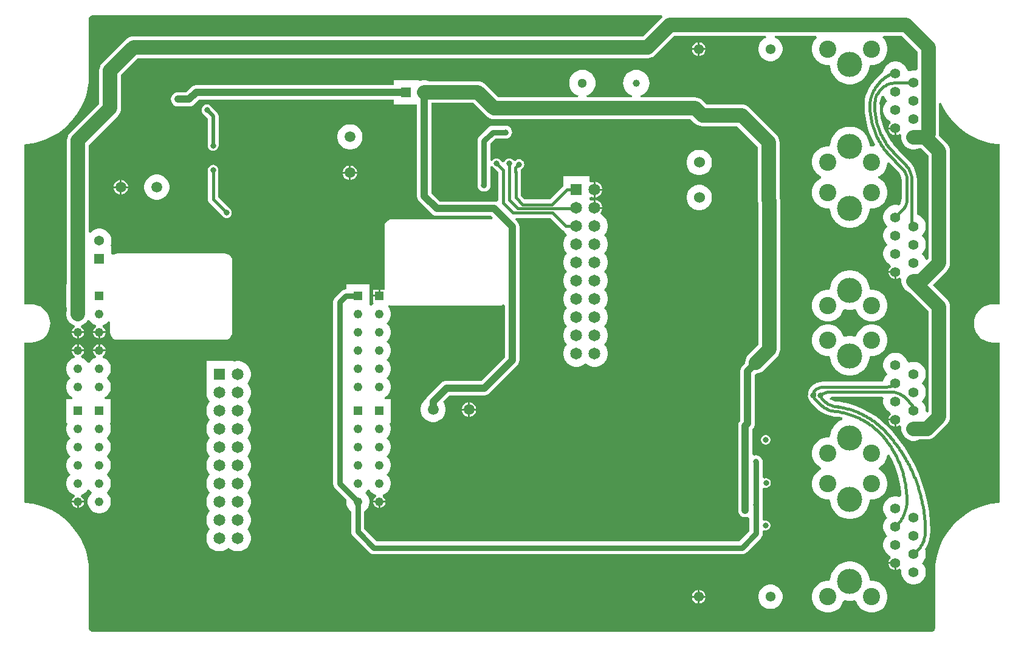
<source format=gbl>
G04*
G04 #@! TF.GenerationSoftware,Altium Limited,Altium Designer,24.5.2 (23)*
G04*
G04 Layer_Physical_Order=2*
G04 Layer_Color=16711680*
%FSLAX25Y25*%
%MOIN*%
G70*
G04*
G04 #@! TF.SameCoordinates,D9AB97F9-1AC5-4164-BAAC-020872C2D9A0*
G04*
G04*
G04 #@! TF.FilePolarity,Positive*
G04*
G01*
G75*
%ADD63C,0.01654*%
%ADD64C,0.01575*%
%ADD66C,0.03150*%
%ADD67C,0.07874*%
%ADD68C,0.01968*%
%ADD69C,0.03937*%
%ADD70R,0.05394X0.05394*%
%ADD71C,0.05394*%
%ADD72C,0.05512*%
%ADD73C,0.13780*%
%ADD74C,0.09449*%
%ADD75C,0.05906*%
%ADD76C,0.05118*%
%ADD77C,0.03937*%
%ADD78R,0.06496X0.06496*%
%ADD79C,0.06496*%
%ADD80R,0.05394X0.05394*%
%ADD81C,0.04803*%
%ADD82R,0.04803X0.04803*%
%ADD83C,0.05437*%
%ADD84C,0.06000*%
%ADD85C,0.03150*%
%ADD86C,0.02756*%
G36*
X39370Y340312D02*
X351853D01*
X352211Y339312D01*
X352103Y339223D01*
X341649Y328769D01*
X62008D01*
X60850Y328655D01*
X59737Y328317D01*
X58711Y327769D01*
X57812Y327031D01*
X45017Y314235D01*
X44279Y313336D01*
X43730Y312310D01*
X43393Y311197D01*
X43279Y310039D01*
Y291828D01*
X27300Y275850D01*
X26562Y274950D01*
X26014Y273924D01*
X25676Y272811D01*
X25562Y271654D01*
Y192756D01*
X25157D01*
Y180079D01*
X25562D01*
Y178655D01*
X25401Y178266D01*
X25157Y177042D01*
Y175793D01*
X25401Y174568D01*
X25879Y173415D01*
X26573Y172377D01*
X27455Y171494D01*
X28494Y170800D01*
X29536Y170368D01*
X29657Y170002D01*
X29680Y169296D01*
X29407Y169139D01*
X28774Y168506D01*
X28326Y167730D01*
X28109Y166917D01*
X31496D01*
X34884D01*
X34666Y167730D01*
X34218Y168506D01*
X33585Y169139D01*
X33313Y169296D01*
X33335Y170002D01*
X33456Y170368D01*
X34499Y170800D01*
X35537Y171494D01*
X36419Y172377D01*
X36821Y172977D01*
X36853Y172994D01*
X37950D01*
X37982Y172977D01*
X38384Y172377D01*
X39266Y171494D01*
X40305Y170800D01*
X41347Y170368D01*
X41468Y170002D01*
X41491Y169296D01*
X41219Y169139D01*
X40585Y168506D01*
X40137Y167730D01*
X39919Y166917D01*
X43307D01*
X46695D01*
X46477Y167730D01*
X46029Y168506D01*
X45396Y169139D01*
X45124Y169296D01*
X45146Y170002D01*
X45267Y170368D01*
X46310Y170800D01*
X47348Y171494D01*
X48184Y172331D01*
X48381Y172318D01*
X49185Y172004D01*
Y166339D01*
X49320Y165311D01*
X49717Y164353D01*
X50348Y163531D01*
X51170Y162900D01*
X52128Y162503D01*
X53155Y162368D01*
X112199D01*
X113227Y162503D01*
X114184Y162900D01*
X115007Y163531D01*
X115638Y164353D01*
X116034Y165311D01*
X116170Y166339D01*
Y205709D01*
X116034Y206736D01*
X115638Y207694D01*
X115007Y208517D01*
X114184Y209148D01*
X113227Y209544D01*
X112199Y209680D01*
X53155D01*
X52128Y209544D01*
X51170Y209148D01*
X50941Y208972D01*
X49941Y209465D01*
Y213248D01*
X49941D01*
X49507Y214248D01*
X49686Y214679D01*
X49941Y215961D01*
Y217267D01*
X49686Y218549D01*
X49186Y219757D01*
X48460Y220843D01*
X47536Y221767D01*
X46449Y222493D01*
X45242Y222993D01*
X43960Y223248D01*
X42654D01*
X41372Y222993D01*
X40165Y222493D01*
X39078Y221767D01*
X38430Y221119D01*
X37430Y221509D01*
Y269196D01*
X53409Y285174D01*
X53409Y285174D01*
X54147Y286073D01*
X54695Y287099D01*
X55033Y288212D01*
X55147Y289370D01*
X55147Y289370D01*
Y307581D01*
X64466Y316901D01*
X344107D01*
X345264Y317015D01*
X346377Y317352D01*
X347403Y317901D01*
X348303Y318639D01*
X358757Y329093D01*
X408898D01*
X409097Y328093D01*
X408265Y327748D01*
X407175Y327020D01*
X406248Y326093D01*
X405519Y325003D01*
X405018Y323792D01*
X404762Y322506D01*
Y321195D01*
X405018Y319909D01*
X405519Y318698D01*
X406248Y317608D01*
X407175Y316681D01*
X408265Y315952D01*
X409476Y315451D01*
X410762Y315195D01*
X412073D01*
X413359Y315451D01*
X414570Y315952D01*
X415660Y316681D01*
X416587Y317608D01*
X417315Y318698D01*
X417817Y319909D01*
X418073Y321195D01*
Y322506D01*
X417817Y323792D01*
X417315Y325003D01*
X416587Y326093D01*
X415660Y327020D01*
X414570Y327748D01*
X413738Y328093D01*
X413937Y329093D01*
X436513D01*
X436927Y328093D01*
X436205Y327372D01*
X435257Y325953D01*
X434605Y324377D01*
X434272Y322704D01*
Y320997D01*
X434605Y319324D01*
X435257Y317748D01*
X436205Y316329D01*
X437412Y315123D01*
X438830Y314175D01*
X440407Y313522D01*
X442080Y313189D01*
X443786D01*
X444154Y312243D01*
X444381Y310811D01*
X444907Y309190D01*
X445681Y307672D01*
X446683Y306293D01*
X447888Y305088D01*
X449266Y304087D01*
X450785Y303313D01*
X452406Y302786D01*
X454089Y302520D01*
X455793D01*
X457476Y302786D01*
X459097Y303313D01*
X460615Y304087D01*
X461994Y305088D01*
X463199Y306293D01*
X464201Y307672D01*
X464974Y309190D01*
X465501Y310811D01*
X465728Y312243D01*
X466096Y313189D01*
X467802D01*
X469475Y313522D01*
X471052Y314175D01*
X472470Y315123D01*
X473677Y316329D01*
X474624Y317748D01*
X475277Y319324D01*
X475610Y320997D01*
Y322704D01*
X475277Y324377D01*
X474624Y325953D01*
X473677Y327372D01*
X472955Y328093D01*
X473369Y329093D01*
X483381D01*
X492097Y320377D01*
Y310757D01*
X491097Y309941D01*
X490600Y310039D01*
X489282D01*
X487989Y309782D01*
X487536Y309595D01*
X486395Y310205D01*
X486377Y310299D01*
X485872Y311517D01*
X485140Y312613D01*
X484207Y313545D01*
X483111Y314278D01*
X481893Y314782D01*
X480600Y315039D01*
X479282D01*
X477989Y314782D01*
X476771Y314278D01*
X475674Y313545D01*
X474742Y312613D01*
X474010Y311517D01*
X473505Y310299D01*
X473257Y309049D01*
X471831Y308037D01*
X469807Y306229D01*
X467999Y304205D01*
X466574Y302197D01*
X466429Y301992D01*
X466057Y301361D01*
X465981Y301227D01*
X465544Y300533D01*
X465354Y300250D01*
X464345Y298204D01*
X463612Y296043D01*
X463167Y293806D01*
X463140Y293389D01*
X463127Y293358D01*
X463031Y292629D01*
X463031Y291930D01*
X463024Y291562D01*
X463020Y291558D01*
Y291558D01*
X463010Y291513D01*
X463010Y291512D01*
X463010Y290924D01*
X463016Y290878D01*
X463031Y289885D01*
Y289809D01*
X463078Y289454D01*
X463178Y287168D01*
X463666Y283456D01*
X464477Y279801D01*
X465602Y276231D01*
X467035Y272772D01*
X468764Y269451D01*
X468850Y269315D01*
X468236Y268418D01*
X467802Y268504D01*
X466096D01*
X465728Y269450D01*
X465501Y270882D01*
X464974Y272502D01*
X464201Y274021D01*
X463199Y275400D01*
X461994Y276605D01*
X460615Y277606D01*
X459097Y278380D01*
X457476Y278907D01*
X455793Y279173D01*
X454089D01*
X452406Y278907D01*
X450785Y278380D01*
X449266Y277606D01*
X447888Y276605D01*
X446683Y275400D01*
X445681Y274021D01*
X444907Y272502D01*
X444381Y270882D01*
X444154Y269450D01*
X443786Y268504D01*
X442080D01*
X440407Y268171D01*
X438830Y267518D01*
X437412Y266570D01*
X436205Y265364D01*
X435257Y263945D01*
X434605Y262369D01*
X434272Y260696D01*
Y258989D01*
X434605Y257316D01*
X435257Y255740D01*
X436205Y254321D01*
X437412Y253115D01*
X438830Y252167D01*
X439238Y251998D01*
Y250916D01*
X438830Y250746D01*
X437412Y249799D01*
X436205Y248592D01*
X435257Y247174D01*
X434605Y245597D01*
X434272Y243924D01*
Y242218D01*
X434605Y240544D01*
X435257Y238968D01*
X436205Y237549D01*
X437412Y236343D01*
X438830Y235395D01*
X440407Y234742D01*
X442080Y234409D01*
X443786D01*
X444154Y233463D01*
X444381Y232032D01*
X444907Y230411D01*
X445681Y228892D01*
X446683Y227514D01*
X447888Y226309D01*
X449266Y225307D01*
X450785Y224533D01*
X452406Y224007D01*
X454089Y223740D01*
X455793D01*
X457476Y224007D01*
X459097Y224533D01*
X460615Y225307D01*
X461994Y226309D01*
X463199Y227514D01*
X464201Y228892D01*
X464974Y230411D01*
X465501Y232032D01*
X465728Y233463D01*
X466096Y234409D01*
X467802D01*
X469475Y234742D01*
X471052Y235395D01*
X472470Y236343D01*
X473677Y237549D01*
X474624Y238968D01*
X475277Y240544D01*
X475610Y242218D01*
Y243924D01*
X475277Y245597D01*
X474624Y247174D01*
X473677Y248592D01*
X472470Y249799D01*
X471052Y250746D01*
X470644Y250916D01*
Y251998D01*
X471052Y252167D01*
X472470Y253115D01*
X473677Y254321D01*
X474624Y255740D01*
X475277Y257316D01*
X475610Y258989D01*
Y259254D01*
X476534Y259636D01*
X481298Y254872D01*
X481328Y254849D01*
X482198Y253789D01*
X482863Y252546D01*
X483272Y251198D01*
X483406Y249833D01*
X483401Y249795D01*
Y239989D01*
X483406Y239951D01*
X483272Y238586D01*
X482863Y237237D01*
X482198Y235994D01*
X482126Y235906D01*
X481893Y236003D01*
X480600Y236260D01*
X479282D01*
X477989Y236003D01*
X476771Y235498D01*
X475674Y234766D01*
X474742Y233833D01*
X474010Y232737D01*
X473505Y231519D01*
X473248Y230226D01*
Y228908D01*
X473505Y227615D01*
X474010Y226397D01*
X474742Y225301D01*
X475476Y224567D01*
X474742Y223833D01*
X474010Y222737D01*
X473505Y221519D01*
X473248Y220226D01*
Y218908D01*
X473505Y217615D01*
X474010Y216397D01*
X474742Y215300D01*
X475476Y214567D01*
X474742Y213833D01*
X474010Y212737D01*
X473505Y211519D01*
X473248Y210226D01*
Y208908D01*
X473505Y207615D01*
X474010Y206397D01*
X474742Y205300D01*
X475674Y204368D01*
X476771Y203636D01*
X477182Y203466D01*
X477293Y203245D01*
X477368Y202306D01*
X476935Y201873D01*
X476441Y201017D01*
X476187Y200067D01*
X479941D01*
Y199567D01*
X480441D01*
Y195812D01*
X481391Y196067D01*
X482247Y196562D01*
X482254Y196568D01*
X482491Y196545D01*
X483295Y195461D01*
X483248Y195226D01*
Y193908D01*
X483505Y192615D01*
X484010Y191397D01*
X484742Y190301D01*
X485674Y189368D01*
X486771Y188636D01*
X487982Y188134D01*
X498003Y178113D01*
Y122834D01*
X497581Y122519D01*
X497053Y122722D01*
X496634Y123060D01*
Y124203D01*
X496377Y125496D01*
X495872Y126714D01*
X495140Y127810D01*
X494406Y128543D01*
X495140Y129277D01*
X495872Y130373D01*
X496377Y131591D01*
X496634Y132884D01*
Y134203D01*
X496377Y135496D01*
X495872Y136714D01*
X495140Y137810D01*
X494406Y138543D01*
X495140Y139277D01*
X495872Y140373D01*
X496377Y141591D01*
X496634Y142884D01*
Y144202D01*
X496377Y145496D01*
X495872Y146714D01*
X495140Y147810D01*
X494207Y148742D01*
X493111Y149475D01*
X491893Y149979D01*
X490600Y150236D01*
X489282D01*
X487989Y149979D01*
X487536Y149792D01*
X486395Y150401D01*
X486377Y150496D01*
X485872Y151714D01*
X485140Y152810D01*
X484207Y153742D01*
X483111Y154474D01*
X481893Y154979D01*
X480600Y155236D01*
X479282D01*
X477989Y154979D01*
X476771Y154474D01*
X475674Y153742D01*
X474742Y152810D01*
X474010Y151714D01*
X473505Y150496D01*
X473248Y149203D01*
Y147884D01*
X473505Y146591D01*
X474010Y145373D01*
X474742Y144277D01*
X475476Y143543D01*
X474742Y142810D01*
X474010Y141714D01*
X473505Y140496D01*
X473274Y139331D01*
X440224D01*
Y139351D01*
X438453Y139176D01*
X436751Y138660D01*
X435182Y137821D01*
X433807Y136693D01*
X433817Y136683D01*
X433051Y135750D01*
X432482Y134686D01*
X432450Y134580D01*
X432385Y134495D01*
X432103Y133815D01*
X432007Y133086D01*
Y131890D01*
X431984D01*
X432174Y130448D01*
X432730Y129105D01*
X433615Y127952D01*
X433632Y127969D01*
X437304Y124296D01*
X437531Y124105D01*
X437873Y123805D01*
X438318Y123507D01*
X439832Y122496D01*
X441946Y121454D01*
X444177Y120696D01*
X446489Y120237D01*
X448038Y120135D01*
X448049Y120121D01*
Y120121D01*
X449282Y119938D01*
X450669Y119591D01*
X450768Y118725D01*
X450724Y118546D01*
X449266Y117803D01*
X447888Y116802D01*
X446683Y115596D01*
X445681Y114218D01*
X444907Y112699D01*
X444381Y111079D01*
X444154Y109647D01*
X443786Y108701D01*
X442080D01*
X440407Y108368D01*
X438830Y107715D01*
X437412Y106767D01*
X436205Y105561D01*
X435257Y104142D01*
X434605Y102566D01*
X434272Y100892D01*
Y99186D01*
X434605Y97513D01*
X435257Y95937D01*
X436205Y94518D01*
X437412Y93312D01*
X438830Y92364D01*
X439191Y92214D01*
Y91132D01*
X438830Y90983D01*
X437412Y90035D01*
X436205Y88828D01*
X435257Y87410D01*
X434605Y85834D01*
X434272Y84160D01*
Y82454D01*
X434605Y80781D01*
X435257Y79204D01*
X436205Y77786D01*
X437412Y76579D01*
X438830Y75631D01*
X440407Y74979D01*
X442080Y74646D01*
X443786D01*
X444154Y73699D01*
X444381Y72268D01*
X444907Y70647D01*
X445681Y69129D01*
X446683Y67750D01*
X447888Y66545D01*
X449266Y65543D01*
X450785Y64770D01*
X452406Y64243D01*
X454089Y63976D01*
X455793D01*
X457476Y64243D01*
X459097Y64770D01*
X460615Y65543D01*
X461994Y66545D01*
X463199Y67750D01*
X464201Y69129D01*
X464974Y70647D01*
X465501Y72268D01*
X465728Y73699D01*
X466096Y74646D01*
X467802D01*
X469475Y74979D01*
X471052Y75631D01*
X472470Y76579D01*
X473677Y77786D01*
X474624Y79204D01*
X475277Y80781D01*
X475610Y82454D01*
Y84160D01*
X475277Y85834D01*
X474624Y87410D01*
X473677Y88828D01*
X472470Y90035D01*
X471052Y90983D01*
X470691Y91132D01*
Y92214D01*
X471052Y92364D01*
X472470Y93312D01*
X473677Y94518D01*
X474624Y95937D01*
X475277Y97513D01*
X475610Y99186D01*
X476610Y99429D01*
X478477Y95842D01*
X480192Y91703D01*
X481539Y87431D01*
X482509Y83057D01*
X483094Y78615D01*
X483173Y76791D01*
X482202Y76111D01*
X481893Y76239D01*
X480600Y76496D01*
X479282D01*
X477989Y76239D01*
X476771Y75734D01*
X475674Y75002D01*
X474742Y74070D01*
X474010Y72973D01*
X473505Y71755D01*
X473248Y70462D01*
Y69144D01*
X473505Y67851D01*
X474010Y66633D01*
X474742Y65537D01*
X475476Y64803D01*
X474742Y64070D01*
X474010Y62973D01*
X473505Y61755D01*
X473248Y60462D01*
Y59144D01*
X473505Y57851D01*
X474010Y56633D01*
X474742Y55537D01*
X475476Y54803D01*
X474742Y54070D01*
X474010Y52973D01*
X473505Y51755D01*
X473248Y50462D01*
Y49144D01*
X473505Y47851D01*
X474010Y46633D01*
X474742Y45537D01*
X475674Y44604D01*
X476771Y43872D01*
X477182Y43702D01*
X477293Y43481D01*
X477368Y42542D01*
X476935Y42109D01*
X476441Y41253D01*
X476187Y40303D01*
X479941D01*
Y39803D01*
X480441D01*
Y36049D01*
X481391Y36303D01*
X482247Y36798D01*
X482254Y36804D01*
X482491Y36781D01*
X483295Y35698D01*
X483248Y35462D01*
Y34144D01*
X483505Y32851D01*
X484010Y31633D01*
X484742Y30537D01*
X485674Y29604D01*
X486771Y28872D01*
X487989Y28367D01*
X489282Y28110D01*
X490600D01*
X491893Y28367D01*
X493111Y28872D01*
X494207Y29604D01*
X495140Y30537D01*
X495872Y31633D01*
X496377Y32851D01*
X496634Y34144D01*
Y35462D01*
X496377Y36755D01*
X495872Y37973D01*
X495140Y39070D01*
X494406Y39803D01*
X495140Y40537D01*
X495872Y41633D01*
X496377Y42851D01*
X496634Y44144D01*
Y45462D01*
X496377Y46755D01*
X496097Y47431D01*
X496782Y48457D01*
X497763Y50446D01*
X498476Y52546D01*
X498909Y54721D01*
X499054Y56934D01*
X499062Y56934D01*
X499030Y57926D01*
X498884Y62374D01*
X498351Y67790D01*
X497464Y73160D01*
X496228Y78460D01*
X494648Y83668D01*
X492731Y88762D01*
X490485Y93719D01*
X487920Y98519D01*
X485046Y103140D01*
X481876Y107564D01*
X478423Y111771D01*
X475383Y115017D01*
X474703Y115743D01*
X474634Y115771D01*
X474634Y115771D01*
X474573Y115817D01*
X472406Y117803D01*
X469117Y120327D01*
X465619Y122555D01*
X461941Y124470D01*
X458110Y126057D01*
X457155Y126358D01*
X456204Y126668D01*
X456086Y126717D01*
X455248Y126959D01*
X454063Y127333D01*
X450192Y128191D01*
X449835Y128270D01*
X449205Y128353D01*
X448613Y128403D01*
X447642Y128486D01*
X446942Y128555D01*
X445640Y128950D01*
X445640D01*
X444740Y129331D01*
X443830Y129817D01*
X443800Y130058D01*
X444656Y131039D01*
X472757D01*
X473414Y130039D01*
X473248Y129202D01*
Y127884D01*
X473505Y126591D01*
X474010Y125373D01*
X474742Y124277D01*
X475674Y123345D01*
X476771Y122612D01*
X477182Y122442D01*
X477293Y122221D01*
X477368Y121282D01*
X476935Y120850D01*
X476441Y119993D01*
X476187Y119043D01*
X479941D01*
Y118543D01*
X480441D01*
Y114789D01*
X481391Y115043D01*
X482247Y115538D01*
X482254Y115545D01*
X482491Y115521D01*
X483295Y114438D01*
X483248Y114202D01*
Y112884D01*
X483505Y111591D01*
X484010Y110373D01*
X484742Y109277D01*
X485674Y108345D01*
X486771Y107612D01*
X487989Y107108D01*
X489282Y106850D01*
X490600D01*
X491893Y107108D01*
X493104Y107609D01*
X497402D01*
X498559Y107723D01*
X499673Y108061D01*
X500698Y108609D01*
X501598Y109347D01*
X508133Y115883D01*
X508871Y116782D01*
X509419Y117808D01*
X509757Y118921D01*
X509871Y120079D01*
Y180571D01*
X509757Y181728D01*
X509419Y182842D01*
X508871Y183868D01*
X508133Y184767D01*
X500457Y192443D01*
X508133Y200119D01*
X508871Y201019D01*
X509419Y202045D01*
X509757Y203158D01*
X509871Y204316D01*
Y265748D01*
X509757Y266906D01*
X509419Y268019D01*
X508871Y269045D01*
X508133Y269944D01*
X503882Y274195D01*
X503966Y275039D01*
Y292063D01*
X504966Y292287D01*
X506238Y289597D01*
X508162Y286387D01*
X510391Y283381D01*
X512904Y280609D01*
X515677Y278096D01*
X518682Y275867D01*
X521892Y273943D01*
X525275Y272343D01*
X528798Y271082D01*
X532428Y270173D01*
X536129Y269624D01*
X537162Y269573D01*
Y181735D01*
X533465D01*
X533465Y181735D01*
Y181735D01*
X533380Y181719D01*
X531827Y181596D01*
X530231Y181213D01*
X528713Y180585D01*
X527313Y179727D01*
X526064Y178660D01*
X524998Y177411D01*
X524140Y176011D01*
X523511Y174494D01*
X523128Y172897D01*
X522999Y171260D01*
X523128Y169623D01*
X523511Y168026D01*
X524140Y166509D01*
X524998Y165109D01*
X526064Y163860D01*
X527313Y162793D01*
X528713Y161935D01*
X530231Y161307D01*
X531827Y160923D01*
X533380Y160801D01*
X533465Y160784D01*
X537162D01*
Y72948D01*
X536130Y72897D01*
X532429Y72348D01*
X528798Y71439D01*
X525275Y70178D01*
X521892Y68578D01*
X518682Y66654D01*
X515676Y64425D01*
X512903Y61912D01*
X510390Y59139D01*
X508161Y56133D01*
X506237Y52923D01*
X504637Y49540D01*
X503376Y46016D01*
X502467Y42386D01*
X501918Y38685D01*
X501734Y34947D01*
X501755Y34530D01*
X501741Y34461D01*
Y3996D01*
X501729Y3937D01*
X501729Y3937D01*
X501473Y3043D01*
X501241Y2696D01*
X500672Y2315D01*
X500066Y2195D01*
X500000Y2208D01*
X39370D01*
X39304Y2195D01*
X38698Y2315D01*
X38129Y2696D01*
X37897Y3043D01*
X37641Y3937D01*
X37629Y4932D01*
Y34461D01*
X37615Y34530D01*
X37636Y34947D01*
X37452Y38685D01*
X36903Y42386D01*
X35994Y46016D01*
X34733Y49540D01*
X33133Y52923D01*
X31209Y56133D01*
X28980Y59139D01*
X26467Y61912D01*
X23694Y64425D01*
X20688Y66654D01*
X17478Y68578D01*
X14095Y70178D01*
X10572Y71439D01*
X6942Y72348D01*
X3240Y72897D01*
X2208Y72948D01*
Y160784D01*
X5906D01*
X5906Y160784D01*
Y160784D01*
X5990Y160801D01*
X7543Y160923D01*
X9139Y161307D01*
X10657Y161935D01*
X12057Y162793D01*
X13306Y163860D01*
X14372Y165109D01*
X15230Y166509D01*
X15859Y168026D01*
X16242Y169623D01*
X16371Y171260D01*
X16242Y172897D01*
X15859Y174494D01*
X15230Y176011D01*
X14372Y177411D01*
X13306Y178660D01*
X12057Y179727D01*
X10657Y180585D01*
X9139Y181213D01*
X7543Y181596D01*
X5990Y181719D01*
X5906Y181735D01*
X2196D01*
Y269571D01*
X3240Y269623D01*
X6942Y270172D01*
X10572Y271081D01*
X14095Y272342D01*
X17478Y273942D01*
X20688Y275866D01*
X23694Y278095D01*
X26467Y280608D01*
X28980Y283381D01*
X31209Y286387D01*
X33133Y289597D01*
X34733Y292980D01*
X35994Y296503D01*
X36903Y300133D01*
X37452Y303835D01*
X37636Y307573D01*
X37615Y307990D01*
X37629Y308059D01*
Y338523D01*
X37641Y338583D01*
X37641Y338583D01*
X37897Y339477D01*
X38129Y339824D01*
X38698Y340205D01*
X39304Y340325D01*
X39370Y340312D01*
D02*
G37*
G36*
X473662Y296016D02*
X474010Y295176D01*
X474742Y294080D01*
X475476Y293347D01*
X474742Y292613D01*
X474010Y291517D01*
X473505Y290299D01*
X473248Y289006D01*
Y287687D01*
X473505Y286394D01*
X474010Y285176D01*
X474742Y284080D01*
X475674Y283148D01*
X476771Y282415D01*
X477182Y282245D01*
X477293Y282025D01*
X477368Y281085D01*
X476935Y280653D01*
X476441Y279796D01*
X476187Y278846D01*
X479941D01*
Y278346D01*
X480441D01*
Y274592D01*
X481391Y274847D01*
X482247Y275341D01*
X482254Y275348D01*
X482491Y275325D01*
X483295Y274241D01*
X483248Y274006D01*
Y272687D01*
X483505Y271394D01*
X484010Y270176D01*
X484742Y269080D01*
X485674Y268148D01*
X486771Y267415D01*
X487989Y266911D01*
X489282Y266653D01*
X490600D01*
X491893Y266911D01*
X493104Y267412D01*
X493881D01*
X498003Y263290D01*
Y206788D01*
X497293Y206182D01*
X496386Y206473D01*
X496377Y206519D01*
X495872Y207737D01*
X495140Y208833D01*
X494406Y209567D01*
X495140Y210300D01*
X495872Y211397D01*
X496377Y212615D01*
X496634Y213908D01*
Y215226D01*
X496377Y216519D01*
X495872Y217737D01*
X495140Y218833D01*
X494406Y219567D01*
X495140Y220301D01*
X495872Y221397D01*
X496377Y222615D01*
X496634Y223908D01*
Y225226D01*
X496377Y226519D01*
X495872Y227737D01*
X495140Y228833D01*
X494207Y229766D01*
X493111Y230498D01*
X491893Y231003D01*
X491693Y231042D01*
Y237910D01*
X491711Y238605D01*
X491697Y238908D01*
X491693Y239907D01*
Y250894D01*
X491597Y251624D01*
X491567Y251696D01*
X491526Y252219D01*
X490959Y254584D01*
X490028Y256830D01*
X488758Y258904D01*
X488417Y259303D01*
X488387Y259375D01*
X487939Y259959D01*
X482005Y265892D01*
X481575Y266453D01*
X479685Y268515D01*
X479050Y269208D01*
X478746Y269566D01*
X478397Y269982D01*
X477142Y271673D01*
X475396Y274588D01*
X473943Y277659D01*
X472798Y280858D01*
X471973Y284154D01*
X471474Y287515D01*
X471356Y289913D01*
X471356Y289913D01*
X471356D01*
X471339Y289930D01*
Y290893D01*
X471323Y291011D01*
Y291529D01*
X471313Y291609D01*
X471481Y293315D01*
X472002Y295032D01*
X472581Y296115D01*
X472584Y296116D01*
X473662Y296016D01*
D02*
G37*
%LPC*%
G36*
X372547Y325566D02*
Y322350D01*
X375763D01*
X375512Y323286D01*
X375023Y324134D01*
X374330Y324826D01*
X373482Y325315D01*
X372547Y325566D01*
D02*
G37*
G36*
X371547Y325566D02*
X370612Y325315D01*
X369764Y324826D01*
X369072Y324134D01*
X368582Y323286D01*
X368332Y322350D01*
X371547D01*
Y325566D01*
D02*
G37*
G36*
Y321350D02*
X368332D01*
X368582Y320415D01*
X369072Y319567D01*
X369764Y318875D01*
X370612Y318385D01*
X371547Y318135D01*
Y321350D01*
D02*
G37*
G36*
X375763D02*
X372547D01*
Y318135D01*
X373482Y318385D01*
X374330Y318875D01*
X375023Y319567D01*
X375512Y320415D01*
X375763Y321350D01*
D02*
G37*
G36*
X337776Y310397D02*
X336362Y310258D01*
X335002Y309845D01*
X333749Y309176D01*
X332651Y308274D01*
X331750Y307176D01*
X331080Y305923D01*
X330667Y304563D01*
X330528Y303150D01*
X330667Y301736D01*
X331080Y300376D01*
X331750Y299123D01*
X332651Y298025D01*
X333749Y297124D01*
X335002Y296454D01*
X335495Y296304D01*
X335347Y295304D01*
X310716D01*
X310568Y296304D01*
X311061Y296454D01*
X312314Y297124D01*
X313412Y298025D01*
X314314Y299123D01*
X314983Y300376D01*
X315396Y301736D01*
X315535Y303150D01*
X315396Y304563D01*
X314983Y305923D01*
X314314Y307176D01*
X313412Y308274D01*
X312314Y309176D01*
X311061Y309845D01*
X309701Y310258D01*
X308287Y310397D01*
X306873Y310258D01*
X305514Y309845D01*
X304261Y309176D01*
X303163Y308274D01*
X302261Y307176D01*
X301592Y305923D01*
X301179Y304563D01*
X301040Y303150D01*
X301179Y301736D01*
X301592Y300376D01*
X302261Y299123D01*
X303163Y298025D01*
X304261Y297124D01*
X305514Y296454D01*
X306007Y296304D01*
X305859Y295304D01*
X262300D01*
X255180Y302424D01*
X254281Y303162D01*
X253255Y303711D01*
X252142Y304048D01*
X250984Y304162D01*
X224159D01*
X223481Y304444D01*
X222199Y304698D01*
X220892D01*
X219611Y304444D01*
X219180Y304265D01*
X218180Y304698D01*
Y304698D01*
X204912D01*
Y302036D01*
X96339D01*
X95312Y301900D01*
X94354Y301503D01*
X93532Y300872D01*
X90875Y298216D01*
X86512D01*
X85484Y298080D01*
X84526Y297684D01*
X83704Y297053D01*
X83701Y297050D01*
X83070Y296228D01*
X82674Y295270D01*
X82538Y294242D01*
X82674Y293214D01*
X83070Y292256D01*
X83701Y291434D01*
X84524Y290803D01*
X85482Y290406D01*
X86509Y290271D01*
X86530Y290274D01*
X92520D01*
X93547Y290409D01*
X94505Y290806D01*
X95328Y291437D01*
X97984Y294094D01*
X204912D01*
Y291431D01*
X217565D01*
Y241063D01*
X217700Y240035D01*
X218096Y239077D01*
X218727Y238255D01*
X225539Y231444D01*
X226361Y230813D01*
X227319Y230416D01*
X228346Y230281D01*
X258198D01*
X259174Y229304D01*
X258792Y228380D01*
X203752D01*
X202724Y228245D01*
X201766Y227848D01*
X200944Y227217D01*
X200313Y226395D01*
X199916Y225437D01*
X199781Y224410D01*
Y189819D01*
X197350D01*
Y186417D01*
X196850D01*
Y185917D01*
X193449D01*
Y183016D01*
X193604D01*
X193848Y182035D01*
X192810Y181341D01*
X192378Y180909D01*
X191378Y181323D01*
Y192756D01*
X178701D01*
Y189991D01*
X178543D01*
X177618Y189869D01*
X176756Y189512D01*
X176016Y188944D01*
X176016Y188944D01*
X172670Y185598D01*
X172102Y184858D01*
X171745Y183996D01*
X171623Y183071D01*
Y83268D01*
X171745Y82343D01*
X172102Y81481D01*
X172670Y80741D01*
X178810Y74600D01*
X178701Y74050D01*
Y72801D01*
X178944Y71576D01*
X179422Y70423D01*
X180116Y69385D01*
X180999Y68502D01*
X181465Y68190D01*
Y57087D01*
X181587Y56162D01*
X181944Y55300D01*
X182512Y54559D01*
X191370Y45701D01*
X192111Y45133D01*
X192973Y44776D01*
X193898Y44655D01*
X395669D01*
X395758Y44666D01*
X395847Y44655D01*
X396772Y44776D01*
X397634Y45133D01*
X398374Y45701D01*
X406070Y53398D01*
X406638Y54138D01*
X406995Y55000D01*
X407117Y55925D01*
X407117Y55925D01*
Y57278D01*
X407294Y57492D01*
X408117Y57966D01*
X408417Y57885D01*
X409095D01*
X409750Y58061D01*
X410337Y58400D01*
X410816Y58879D01*
X411155Y59466D01*
X411331Y60121D01*
Y60799D01*
X411155Y61454D01*
X410816Y62041D01*
X410337Y62520D01*
X409750Y62859D01*
X409095Y63035D01*
X408417D01*
X408117Y62955D01*
X407294Y63428D01*
X407117Y63642D01*
Y71798D01*
X407113Y71829D01*
X407129Y71952D01*
X407129Y71952D01*
Y80703D01*
X407654Y81102D01*
X408129Y81323D01*
X408648Y81184D01*
X409326D01*
X409981Y81359D01*
X410568Y81698D01*
X411047Y82178D01*
X411386Y82765D01*
X411562Y83420D01*
Y84098D01*
X411386Y84753D01*
X411047Y85340D01*
X410568Y85819D01*
X409981Y86158D01*
X409326Y86334D01*
X408648D01*
X408129Y86195D01*
X407654Y86416D01*
X407129Y86814D01*
Y95362D01*
X407007Y96287D01*
X406650Y97149D01*
X406082Y97889D01*
X405342Y98457D01*
X404480Y98814D01*
X403555Y98936D01*
X402630Y98814D01*
X402609Y98805D01*
X401609Y99473D01*
Y113376D01*
X401703Y113470D01*
X402334Y114292D01*
X402731Y115250D01*
X402866Y116278D01*
Y132601D01*
Y143005D01*
X403503Y143839D01*
X404660Y143953D01*
X405773Y144290D01*
X406800Y144839D01*
X407699Y145577D01*
X414950Y152828D01*
X415688Y153727D01*
X416236Y154753D01*
X416574Y155866D01*
X416688Y157024D01*
Y238872D01*
X416574Y240030D01*
X416341Y240800D01*
Y270696D01*
X416227Y271853D01*
X415889Y272967D01*
X415341Y273993D01*
X414603Y274892D01*
X399865Y289629D01*
X398966Y290367D01*
X397940Y290915D01*
X396827Y291253D01*
X395669Y291367D01*
X376474D01*
X374275Y293566D01*
X373376Y294304D01*
X372350Y294852D01*
X371236Y295190D01*
X370079Y295304D01*
X340204D01*
X340056Y296304D01*
X340549Y296454D01*
X341802Y297124D01*
X342900Y298025D01*
X343802Y299123D01*
X344471Y300376D01*
X344884Y301736D01*
X345023Y303150D01*
X344884Y304563D01*
X344471Y305923D01*
X343802Y307176D01*
X342900Y308274D01*
X341802Y309176D01*
X340549Y309845D01*
X339190Y310258D01*
X337776Y310397D01*
D02*
G37*
G36*
X181410Y280512D02*
X180053D01*
X178722Y280247D01*
X177468Y279728D01*
X176340Y278974D01*
X175380Y278014D01*
X174626Y276886D01*
X174107Y275632D01*
X173842Y274301D01*
Y272943D01*
X174107Y271612D01*
X174626Y270358D01*
X175380Y269230D01*
X176340Y268270D01*
X177468Y267516D01*
X178722Y266997D01*
X180053Y266732D01*
X181410D01*
X182741Y266997D01*
X183995Y267516D01*
X185124Y268270D01*
X186083Y269230D01*
X186837Y270358D01*
X187357Y271612D01*
X187621Y272943D01*
Y274301D01*
X187357Y275632D01*
X186837Y276886D01*
X186083Y278014D01*
X185124Y278974D01*
X183995Y279728D01*
X182741Y280247D01*
X181410Y280512D01*
D02*
G37*
G36*
X102362Y291364D02*
X101591Y291263D01*
X100873Y290965D01*
X100256Y290492D01*
X99783Y289875D01*
X99485Y289157D01*
X99384Y288386D01*
X99485Y287615D01*
X99783Y286897D01*
X100256Y286280D01*
X102720Y283816D01*
Y268904D01*
X102822Y268133D01*
X103119Y267415D01*
X103593Y266798D01*
X104209Y266325D01*
X104928Y266027D01*
X105699Y265926D01*
X106469Y266027D01*
X107188Y266325D01*
X107804Y266798D01*
X108278Y267415D01*
X108575Y268133D01*
X108677Y268904D01*
Y285050D01*
X108575Y285820D01*
X108278Y286539D01*
X107804Y287156D01*
X104468Y290492D01*
X103851Y290965D01*
X103133Y291263D01*
X102362Y291364D01*
D02*
G37*
G36*
X181252Y257890D02*
X181232D01*
Y254437D01*
X184685D01*
Y254457D01*
X184415Y255463D01*
X183895Y256364D01*
X183159Y257100D01*
X182257Y257620D01*
X181252Y257890D01*
D02*
G37*
G36*
X180232D02*
X180211D01*
X179206Y257620D01*
X178305Y257100D01*
X177569Y256364D01*
X177048Y255463D01*
X176779Y254457D01*
Y254437D01*
X180232D01*
Y257890D01*
D02*
G37*
G36*
X184685Y253437D02*
X181232D01*
Y249984D01*
X181252D01*
X182257Y250254D01*
X183159Y250774D01*
X183895Y251510D01*
X184415Y252411D01*
X184685Y253417D01*
Y253437D01*
D02*
G37*
G36*
X180232D02*
X176779D01*
Y253417D01*
X177048Y252411D01*
X177569Y251510D01*
X178305Y250774D01*
X179206Y250254D01*
X180211Y249984D01*
X180232D01*
Y253437D01*
D02*
G37*
G36*
X55638Y250016D02*
X55618D01*
Y246563D01*
X59071D01*
Y246583D01*
X58802Y247589D01*
X58281Y248490D01*
X57545Y249226D01*
X56644Y249746D01*
X55638Y250016D01*
D02*
G37*
G36*
X54618D02*
X54598D01*
X53592Y249746D01*
X52691Y249226D01*
X51955Y248490D01*
X51435Y247589D01*
X51165Y246583D01*
Y246563D01*
X54618D01*
Y250016D01*
D02*
G37*
G36*
X59071Y245563D02*
X55618D01*
Y242110D01*
X55638D01*
X56644Y242380D01*
X57545Y242900D01*
X58281Y243636D01*
X58802Y244537D01*
X59071Y245543D01*
Y245563D01*
D02*
G37*
G36*
X54618D02*
X51165D01*
Y245543D01*
X51435Y244537D01*
X51955Y243636D01*
X52691Y242900D01*
X53592Y242380D01*
X54598Y242110D01*
X54618D01*
Y245563D01*
D02*
G37*
G36*
X75482Y252953D02*
X74125D01*
X72794Y252688D01*
X71540Y252169D01*
X70411Y251415D01*
X69451Y250455D01*
X68698Y249326D01*
X68178Y248073D01*
X67913Y246742D01*
Y245384D01*
X68178Y244053D01*
X68698Y242799D01*
X69451Y241671D01*
X70411Y240711D01*
X71540Y239957D01*
X72794Y239438D01*
X74125Y239173D01*
X75482D01*
X76813Y239438D01*
X78067Y239957D01*
X79195Y240711D01*
X80155Y241671D01*
X80909Y242799D01*
X81428Y244053D01*
X81693Y245384D01*
Y246742D01*
X81428Y248073D01*
X80909Y249326D01*
X80155Y250455D01*
X79195Y251415D01*
X78067Y252169D01*
X76813Y252688D01*
X75482Y252953D01*
D02*
G37*
G36*
X105689Y258279D02*
X104959Y258183D01*
X104279Y257902D01*
X103695Y257454D01*
X103247Y256870D01*
X102965Y256190D01*
X102869Y255460D01*
Y239350D01*
X102965Y238620D01*
X103247Y237941D01*
X103695Y237357D01*
X111104Y229947D01*
X111688Y229499D01*
X112368Y229218D01*
X113098Y229122D01*
X113828Y229218D01*
X114507Y229499D01*
X115092Y229947D01*
X115540Y230531D01*
X115821Y231211D01*
X115917Y231941D01*
X115821Y232671D01*
X115540Y233351D01*
X115092Y233935D01*
X108508Y240518D01*
Y255460D01*
X108412Y256190D01*
X108130Y256870D01*
X107682Y257454D01*
X107098Y257902D01*
X106419Y258183D01*
X105689Y258279D01*
D02*
G37*
G36*
X479441Y199067D02*
X476187D01*
X476441Y198117D01*
X476935Y197261D01*
X477635Y196562D01*
X478491Y196067D01*
X479441Y195812D01*
Y199067D01*
D02*
G37*
G36*
X196350Y189819D02*
X193449D01*
Y186917D01*
X196350D01*
Y189819D01*
D02*
G37*
G36*
X455793Y200394D02*
X454089D01*
X452406Y200127D01*
X450785Y199601D01*
X449266Y198827D01*
X447888Y197825D01*
X446683Y196620D01*
X445681Y195241D01*
X444907Y193723D01*
X444381Y192102D01*
X444154Y190671D01*
X443786Y189724D01*
X442080D01*
X440407Y189392D01*
X438830Y188739D01*
X437412Y187791D01*
X436205Y186584D01*
X435257Y185166D01*
X434605Y183589D01*
X434272Y181916D01*
Y180210D01*
X434605Y178537D01*
X435257Y176960D01*
X436205Y175542D01*
X437412Y174335D01*
X438830Y173387D01*
X440407Y172734D01*
X442080Y172402D01*
X443786D01*
X445460Y172734D01*
X447036Y173387D01*
X448454Y174335D01*
X449661Y175542D01*
X450609Y176960D01*
X451262Y178537D01*
X451272Y178589D01*
X452135Y179095D01*
X452406Y179007D01*
X454089Y178740D01*
X455793D01*
X457476Y179007D01*
X457747Y179095D01*
X458610Y178589D01*
X458620Y178537D01*
X459273Y176960D01*
X460221Y175542D01*
X461427Y174335D01*
X462846Y173387D01*
X464422Y172734D01*
X466096Y172402D01*
X467802D01*
X469475Y172734D01*
X471052Y173387D01*
X472470Y174335D01*
X473677Y175542D01*
X474624Y176960D01*
X475277Y178537D01*
X475610Y180210D01*
Y181916D01*
X475277Y183589D01*
X474624Y185166D01*
X473677Y186584D01*
X472470Y187791D01*
X471052Y188739D01*
X469475Y189392D01*
X467802Y189724D01*
X466096D01*
X465728Y190671D01*
X465501Y192102D01*
X464974Y193723D01*
X464201Y195241D01*
X463199Y196620D01*
X461994Y197825D01*
X460615Y198827D01*
X459097Y199601D01*
X457476Y200127D01*
X455793Y200394D01*
D02*
G37*
G36*
X467802Y170709D02*
X466096D01*
X464422Y170376D01*
X462846Y169723D01*
X461427Y168775D01*
X460221Y167569D01*
X459273Y166150D01*
X458620Y164574D01*
X458610Y164521D01*
X457747Y164015D01*
X457476Y164103D01*
X455793Y164370D01*
X454089D01*
X452406Y164103D01*
X452135Y164015D01*
X451272Y164521D01*
X451262Y164574D01*
X450609Y166150D01*
X449661Y167569D01*
X448454Y168775D01*
X447036Y169723D01*
X445460Y170376D01*
X443786Y170709D01*
X442080D01*
X440407Y170376D01*
X438830Y169723D01*
X437412Y168775D01*
X436205Y167569D01*
X435257Y166150D01*
X434605Y164574D01*
X434272Y162900D01*
Y161194D01*
X434605Y159521D01*
X435257Y157945D01*
X436205Y156526D01*
X437412Y155319D01*
X438830Y154372D01*
X440407Y153719D01*
X442080Y153386D01*
X443786D01*
X444154Y152439D01*
X444381Y151008D01*
X444907Y149387D01*
X445681Y147869D01*
X446683Y146490D01*
X447888Y145285D01*
X449266Y144283D01*
X450785Y143510D01*
X452406Y142983D01*
X454089Y142717D01*
X455793D01*
X457476Y142983D01*
X459097Y143510D01*
X460615Y144283D01*
X461994Y145285D01*
X463199Y146490D01*
X464201Y147869D01*
X464974Y149387D01*
X465501Y151008D01*
X465728Y152439D01*
X466096Y153386D01*
X467802D01*
X469475Y153719D01*
X471052Y154372D01*
X472470Y155319D01*
X473677Y156526D01*
X474624Y157945D01*
X475277Y159521D01*
X475610Y161194D01*
Y162900D01*
X475277Y164574D01*
X474624Y166150D01*
X473677Y167569D01*
X472470Y168775D01*
X471052Y169723D01*
X469475Y170376D01*
X467802Y170709D01*
D02*
G37*
G36*
X42807Y165917D02*
X39919D01*
X40137Y165104D01*
X40585Y164329D01*
X41219Y163695D01*
X41994Y163248D01*
X42807Y163030D01*
Y165917D01*
D02*
G37*
G36*
X34884Y165917D02*
X31996D01*
Y163030D01*
X32809Y163248D01*
X33585Y163695D01*
X34218Y164329D01*
X34666Y165104D01*
X34884Y165917D01*
D02*
G37*
G36*
X30996D02*
X28109D01*
X28326Y165104D01*
X28774Y164329D01*
X29407Y163695D01*
X30183Y163248D01*
X30996Y163030D01*
Y165917D01*
D02*
G37*
G36*
X46695Y165917D02*
X43807D01*
Y163030D01*
X44620Y163248D01*
X45396Y163695D01*
X46029Y164329D01*
X46477Y165104D01*
X46695Y165917D01*
D02*
G37*
G36*
X43807Y159805D02*
Y156917D01*
X46695D01*
X46477Y157730D01*
X46029Y158506D01*
X45396Y159139D01*
X44620Y159587D01*
X43807Y159805D01*
D02*
G37*
G36*
X42807Y159805D02*
X41994Y159587D01*
X41219Y159139D01*
X40585Y158506D01*
X40137Y157730D01*
X39919Y156917D01*
X42807D01*
Y159805D01*
D02*
G37*
G36*
X31996D02*
Y156917D01*
X34884D01*
X34666Y157730D01*
X34218Y158506D01*
X33585Y159139D01*
X32809Y159587D01*
X31996Y159805D01*
D02*
G37*
G36*
X30996Y159805D02*
X30183Y159587D01*
X29407Y159139D01*
X28774Y158506D01*
X28326Y157730D01*
X28109Y156917D01*
X30996D01*
Y159805D01*
D02*
G37*
G36*
X46695Y155917D02*
X43307D01*
X39919D01*
X40137Y155104D01*
X40585Y154329D01*
X41219Y153695D01*
X41491Y153538D01*
X41468Y152833D01*
X41347Y152466D01*
X40305Y152034D01*
X39266Y151341D01*
X38384Y150458D01*
X37982Y149857D01*
X37950Y149841D01*
X36853D01*
X36821Y149857D01*
X36419Y150458D01*
X35537Y151341D01*
X34499Y152034D01*
X33456Y152466D01*
X33335Y152833D01*
X33313Y153538D01*
X33585Y153695D01*
X34218Y154329D01*
X34666Y155104D01*
X34884Y155917D01*
X31496D01*
X28109D01*
X28326Y155104D01*
X28774Y154329D01*
X29407Y153695D01*
X29680Y153538D01*
X29657Y152833D01*
X29536Y152466D01*
X28494Y152034D01*
X27455Y151341D01*
X26573Y150458D01*
X25879Y149420D01*
X25401Y148266D01*
X25157Y147042D01*
Y145793D01*
X25401Y144568D01*
X25879Y143415D01*
X26573Y142377D01*
X26851Y142099D01*
X27394Y141417D01*
X26851Y140736D01*
X26573Y140458D01*
X25879Y139420D01*
X25401Y138266D01*
X25157Y137042D01*
Y135793D01*
X25401Y134568D01*
X25879Y133415D01*
X26573Y132377D01*
X27455Y131494D01*
X28494Y130800D01*
X28581Y130764D01*
X28383Y129764D01*
X25157D01*
Y117087D01*
X25231D01*
X25738Y116087D01*
X25401Y115274D01*
X25157Y114049D01*
Y112801D01*
X25401Y111576D01*
X25879Y110423D01*
X26573Y109385D01*
X26851Y109107D01*
X27394Y108425D01*
X26851Y107744D01*
X26573Y107466D01*
X25879Y106428D01*
X25401Y105274D01*
X25157Y104050D01*
Y102801D01*
X25401Y101576D01*
X25879Y100423D01*
X26573Y99385D01*
X26851Y99107D01*
X27394Y98425D01*
X26851Y97744D01*
X26573Y97466D01*
X25879Y96428D01*
X25401Y95274D01*
X25157Y94050D01*
Y92801D01*
X25401Y91576D01*
X25879Y90423D01*
X26573Y89385D01*
X26851Y89107D01*
X27394Y88425D01*
X26851Y87744D01*
X26573Y87466D01*
X25879Y86428D01*
X25401Y85274D01*
X25157Y84049D01*
Y82801D01*
X25401Y81576D01*
X25879Y80423D01*
X26573Y79385D01*
X27455Y78502D01*
X28494Y77808D01*
X29536Y77376D01*
X29657Y77009D01*
X29680Y76304D01*
X29407Y76147D01*
X28774Y75514D01*
X28326Y74738D01*
X28109Y73925D01*
X31496D01*
X34884D01*
X34666Y74738D01*
X34218Y75514D01*
X33585Y76147D01*
X33313Y76304D01*
X33335Y77009D01*
X33456Y77376D01*
X34499Y77808D01*
X35537Y78502D01*
X36419Y79385D01*
X36821Y79985D01*
X36853Y80001D01*
X37950D01*
X37982Y79985D01*
X38384Y79385D01*
X38662Y79106D01*
X39205Y78425D01*
X38662Y77744D01*
X38384Y77466D01*
X37690Y76428D01*
X37212Y75274D01*
X36968Y74050D01*
Y72801D01*
X37212Y71576D01*
X37690Y70423D01*
X38384Y69385D01*
X39266Y68502D01*
X40305Y67808D01*
X41458Y67330D01*
X42683Y67087D01*
X43931D01*
X45156Y67330D01*
X46310Y67808D01*
X47348Y68502D01*
X48231Y69385D01*
X48924Y70423D01*
X49402Y71576D01*
X49646Y72801D01*
Y74050D01*
X49402Y75274D01*
X48924Y76428D01*
X48231Y77466D01*
X47952Y77744D01*
X47409Y78425D01*
X47952Y79106D01*
X48231Y79385D01*
X48924Y80423D01*
X49402Y81576D01*
X49646Y82801D01*
Y84049D01*
X49402Y85274D01*
X48924Y86428D01*
X48231Y87466D01*
X47952Y87744D01*
X47409Y88425D01*
X47952Y89107D01*
X48231Y89385D01*
X48924Y90423D01*
X49402Y91576D01*
X49646Y92801D01*
Y94050D01*
X49402Y95274D01*
X48924Y96428D01*
X48231Y97466D01*
X47952Y97744D01*
X47409Y98425D01*
X47952Y99107D01*
X48231Y99385D01*
X48924Y100423D01*
X49402Y101576D01*
X49646Y102801D01*
Y104050D01*
X49402Y105274D01*
X48924Y106428D01*
X48231Y107466D01*
X47952Y107744D01*
X47409Y108425D01*
X47952Y109107D01*
X48231Y109385D01*
X48924Y110423D01*
X49402Y111576D01*
X49646Y112801D01*
Y114049D01*
X49402Y115274D01*
X49066Y116087D01*
X49572Y117087D01*
X49646D01*
Y129764D01*
X46421D01*
X46222Y130764D01*
X46310Y130800D01*
X47348Y131494D01*
X48231Y132377D01*
X48924Y133415D01*
X49402Y134568D01*
X49646Y135793D01*
Y137042D01*
X49402Y138266D01*
X48924Y139420D01*
X48231Y140458D01*
X47952Y140736D01*
X47409Y141417D01*
X47952Y142099D01*
X48231Y142377D01*
X48924Y143415D01*
X49402Y144568D01*
X49646Y145793D01*
Y147042D01*
X49402Y148266D01*
X48924Y149420D01*
X48231Y150458D01*
X47348Y151341D01*
X46310Y152034D01*
X45267Y152466D01*
X45146Y152833D01*
X45124Y153538D01*
X45396Y153695D01*
X46029Y154329D01*
X46477Y155104D01*
X46695Y155917D01*
D02*
G37*
G36*
X479441Y118043D02*
X476187D01*
X476441Y117094D01*
X476935Y116237D01*
X477635Y115538D01*
X478491Y115043D01*
X479441Y114789D01*
Y118043D01*
D02*
G37*
G36*
X409193Y109934D02*
X408515D01*
X407860Y109759D01*
X407273Y109420D01*
X406794Y108940D01*
X406455Y108353D01*
X406279Y107698D01*
Y107020D01*
X406455Y106365D01*
X406794Y105778D01*
X407273Y105299D01*
X407860Y104960D01*
X408515Y104784D01*
X409193D01*
X409848Y104960D01*
X410435Y105299D01*
X410914Y105778D01*
X411253Y106365D01*
X411429Y107020D01*
Y107698D01*
X411253Y108353D01*
X410914Y108940D01*
X410435Y109420D01*
X409848Y109759D01*
X409193Y109934D01*
D02*
G37*
G36*
X34884Y72925D02*
X31996D01*
Y70038D01*
X32809Y70255D01*
X33585Y70703D01*
X34218Y71337D01*
X34666Y72112D01*
X34884Y72925D01*
D02*
G37*
G36*
X30996D02*
X28109D01*
X28326Y72112D01*
X28774Y71337D01*
X29407Y70703D01*
X30183Y70255D01*
X30996Y70038D01*
Y72925D01*
D02*
G37*
G36*
X116358Y150610D02*
Y150610D01*
X101988D01*
Y136240D01*
X101988Y136240D01*
X102208Y135240D01*
X101988Y134133D01*
Y132718D01*
X102264Y131329D01*
X102806Y130022D01*
X103592Y128845D01*
X104012Y128425D01*
X103592Y128005D01*
X102806Y126829D01*
X102264Y125521D01*
X101988Y124133D01*
Y122717D01*
X102264Y121329D01*
X102806Y120022D01*
X103592Y118845D01*
X104012Y118425D01*
X103592Y118005D01*
X102806Y116829D01*
X102264Y115521D01*
X101988Y114133D01*
Y112717D01*
X102264Y111329D01*
X102806Y110022D01*
X103592Y108845D01*
X104012Y108425D01*
X103592Y108005D01*
X102806Y106829D01*
X102264Y105521D01*
X101988Y104133D01*
Y102717D01*
X102264Y101329D01*
X102806Y100022D01*
X103592Y98845D01*
X104012Y98425D01*
X103592Y98005D01*
X102806Y96829D01*
X102264Y95521D01*
X101988Y94133D01*
Y92717D01*
X102264Y91329D01*
X102806Y90022D01*
X103592Y88845D01*
X104012Y88425D01*
X103592Y88005D01*
X102806Y86829D01*
X102264Y85521D01*
X101988Y84133D01*
Y82718D01*
X102264Y81329D01*
X102806Y80022D01*
X103592Y78845D01*
X104012Y78425D01*
X103592Y78005D01*
X102806Y76829D01*
X102264Y75521D01*
X101988Y74133D01*
Y72717D01*
X102264Y71329D01*
X102806Y70022D01*
X103592Y68845D01*
X104012Y68425D01*
X103592Y68005D01*
X102806Y66829D01*
X102264Y65521D01*
X101988Y64133D01*
Y62717D01*
X102264Y61329D01*
X102806Y60022D01*
X103592Y58845D01*
X104012Y58425D01*
X103592Y58005D01*
X102806Y56829D01*
X102264Y55521D01*
X101988Y54133D01*
Y52718D01*
X102264Y51329D01*
X102806Y50022D01*
X103592Y48845D01*
X104593Y47844D01*
X105770Y47058D01*
X107077Y46516D01*
X108466Y46240D01*
X109881D01*
X111269Y46516D01*
X112577Y47058D01*
X113753Y47844D01*
X114173Y48264D01*
X114593Y47844D01*
X115770Y47058D01*
X117077Y46516D01*
X118466Y46240D01*
X119881D01*
X121269Y46516D01*
X122577Y47058D01*
X123753Y47844D01*
X124754Y48845D01*
X125540Y50022D01*
X126082Y51329D01*
X126358Y52718D01*
Y54133D01*
X126082Y55521D01*
X125540Y56829D01*
X124754Y58005D01*
X124334Y58425D01*
X124754Y58845D01*
X125540Y60022D01*
X126082Y61329D01*
X126358Y62717D01*
Y64133D01*
X126082Y65521D01*
X125540Y66829D01*
X124754Y68005D01*
X124334Y68425D01*
X124754Y68845D01*
X125540Y70022D01*
X126082Y71329D01*
X126358Y72717D01*
Y74133D01*
X126082Y75521D01*
X125540Y76829D01*
X124754Y78005D01*
X124334Y78425D01*
X124754Y78845D01*
X125540Y80022D01*
X126082Y81329D01*
X126358Y82718D01*
Y84133D01*
X126082Y85521D01*
X125540Y86829D01*
X124754Y88005D01*
X124334Y88425D01*
X124754Y88845D01*
X125540Y90022D01*
X126082Y91329D01*
X126358Y92717D01*
Y94133D01*
X126082Y95521D01*
X125540Y96829D01*
X124754Y98005D01*
X124334Y98425D01*
X124754Y98845D01*
X125540Y100022D01*
X126082Y101329D01*
X126358Y102717D01*
Y104133D01*
X126082Y105521D01*
X125540Y106829D01*
X124754Y108005D01*
X124334Y108425D01*
X124754Y108845D01*
X125540Y110022D01*
X126082Y111329D01*
X126358Y112717D01*
Y114133D01*
X126082Y115521D01*
X125540Y116829D01*
X124754Y118005D01*
X124334Y118425D01*
X124754Y118845D01*
X125540Y120022D01*
X126082Y121329D01*
X126358Y122717D01*
Y124133D01*
X126082Y125521D01*
X125540Y126829D01*
X124754Y128005D01*
X124334Y128425D01*
X124754Y128845D01*
X125540Y130022D01*
X126082Y131329D01*
X126358Y132718D01*
Y134133D01*
X126082Y135521D01*
X125540Y136829D01*
X124754Y138005D01*
X124334Y138425D01*
X124754Y138845D01*
X125540Y140022D01*
X126082Y141329D01*
X126358Y142718D01*
Y144133D01*
X126082Y145521D01*
X125540Y146829D01*
X124754Y148005D01*
X123753Y149006D01*
X122577Y149793D01*
X121269Y150334D01*
X119881Y150610D01*
X118466D01*
X117358Y150390D01*
X116358Y150610D01*
D02*
G37*
G36*
X479441Y39303D02*
X476187D01*
X476441Y38353D01*
X476935Y37497D01*
X477635Y36798D01*
X478491Y36303D01*
X479441Y36049D01*
Y39303D01*
D02*
G37*
G36*
X372547Y25015D02*
Y21799D01*
X375763D01*
X375512Y22735D01*
X375023Y23582D01*
X374330Y24275D01*
X373482Y24764D01*
X372547Y25015D01*
D02*
G37*
G36*
X371547Y25015D02*
X370612Y24764D01*
X369764Y24275D01*
X369072Y23582D01*
X368582Y22735D01*
X368332Y21799D01*
X371547D01*
Y25015D01*
D02*
G37*
G36*
Y20799D02*
X368332D01*
X368582Y19864D01*
X369072Y19016D01*
X369764Y18324D01*
X370612Y17834D01*
X371547Y17583D01*
Y20799D01*
D02*
G37*
G36*
X375763D02*
X372547D01*
Y17583D01*
X373482Y17834D01*
X374330Y18324D01*
X375023Y19016D01*
X375512Y19864D01*
X375763Y20799D01*
D02*
G37*
G36*
X412073Y27955D02*
X410762D01*
X409476Y27699D01*
X408265Y27197D01*
X407175Y26469D01*
X406248Y25542D01*
X405519Y24452D01*
X405018Y23241D01*
X404762Y21955D01*
Y20644D01*
X405018Y19358D01*
X405519Y18147D01*
X406248Y17057D01*
X407175Y16129D01*
X408265Y15401D01*
X409476Y14899D01*
X410762Y14644D01*
X412073D01*
X413359Y14899D01*
X414570Y15401D01*
X415660Y16129D01*
X416587Y17057D01*
X417315Y18147D01*
X417817Y19358D01*
X418073Y20644D01*
Y21955D01*
X417817Y23241D01*
X417315Y24452D01*
X416587Y25542D01*
X415660Y26469D01*
X414570Y27197D01*
X413359Y27699D01*
X412073Y27955D01*
D02*
G37*
G36*
X455793Y40630D02*
X454089D01*
X452406Y40363D01*
X450785Y39837D01*
X449266Y39063D01*
X447888Y38061D01*
X446683Y36856D01*
X445681Y35478D01*
X444907Y33959D01*
X444381Y32338D01*
X444154Y30907D01*
X443786Y29961D01*
X442080D01*
X440407Y29628D01*
X438830Y28975D01*
X437412Y28027D01*
X436205Y26820D01*
X435257Y25402D01*
X434605Y23826D01*
X434272Y22152D01*
Y20446D01*
X434605Y18773D01*
X435257Y17197D01*
X436205Y15778D01*
X437412Y14571D01*
X438830Y13624D01*
X440407Y12971D01*
X442080Y12638D01*
X443786D01*
X445460Y12971D01*
X447036Y13624D01*
X448454Y14571D01*
X449661Y15778D01*
X450609Y17197D01*
X451262Y18773D01*
X451272Y18825D01*
X452135Y19331D01*
X452406Y19243D01*
X454089Y18976D01*
X455793D01*
X457476Y19243D01*
X457747Y19331D01*
X458610Y18825D01*
X458620Y18773D01*
X459273Y17197D01*
X460221Y15778D01*
X461427Y14571D01*
X462846Y13624D01*
X464422Y12971D01*
X466096Y12638D01*
X467802D01*
X469475Y12971D01*
X471052Y13624D01*
X472470Y14571D01*
X473677Y15778D01*
X474624Y17197D01*
X475277Y18773D01*
X475610Y20446D01*
Y22152D01*
X475277Y23826D01*
X474624Y25402D01*
X473677Y26820D01*
X472470Y28027D01*
X471052Y28975D01*
X469475Y29628D01*
X467802Y29961D01*
X466096D01*
X465728Y30907D01*
X465501Y32338D01*
X464974Y33959D01*
X464201Y35478D01*
X463199Y36856D01*
X461994Y38061D01*
X460615Y39063D01*
X459097Y39837D01*
X457476Y40363D01*
X455793Y40630D01*
D02*
G37*
%LPD*%
G36*
X255646Y285174D02*
X256546Y284436D01*
X257572Y283888D01*
X258685Y283550D01*
X259842Y283436D01*
X259843Y283436D01*
X367621D01*
X369820Y281237D01*
X370719Y280499D01*
X371745Y279951D01*
X372858Y279613D01*
X374016Y279499D01*
X393211D01*
X404472Y268238D01*
Y239220D01*
X404587Y238062D01*
X404820Y237292D01*
Y159482D01*
X399307Y153969D01*
X398569Y153069D01*
X398020Y152043D01*
X397683Y150930D01*
X397569Y149773D01*
X397597Y149483D01*
X396087Y147973D01*
X395456Y147151D01*
X395059Y146193D01*
X394924Y145165D01*
Y132601D01*
Y117923D01*
X394830Y117828D01*
X394199Y117006D01*
X393802Y116048D01*
X393667Y115021D01*
Y92520D01*
Y68898D01*
X393802Y67870D01*
X394199Y66912D01*
X394830Y66090D01*
X395652Y65459D01*
X396610Y65062D01*
X397638Y64927D01*
X398666Y65062D01*
X398969Y65188D01*
X399969Y64520D01*
Y57405D01*
X394367Y51802D01*
X195378D01*
X188613Y58567D01*
Y68190D01*
X189080Y68502D01*
X189963Y69385D01*
X190657Y70423D01*
X191134Y71576D01*
X191378Y72801D01*
Y74050D01*
X191134Y75274D01*
X190657Y76428D01*
X189963Y77466D01*
X189685Y77744D01*
X189141Y78425D01*
X189685Y79106D01*
X189963Y79385D01*
X190364Y79985D01*
X190396Y80001D01*
X191493D01*
X191526Y79985D01*
X191927Y79385D01*
X192810Y78502D01*
X193848Y77808D01*
X194890Y77376D01*
X195012Y77009D01*
X195034Y76304D01*
X194762Y76147D01*
X194129Y75514D01*
X193681Y74738D01*
X193463Y73925D01*
X196850D01*
X200238D01*
X200020Y74738D01*
X199572Y75514D01*
X198939Y76147D01*
X198667Y76304D01*
X198689Y77009D01*
X198810Y77376D01*
X199853Y77808D01*
X200891Y78502D01*
X201774Y79385D01*
X202468Y80423D01*
X202945Y81576D01*
X203189Y82801D01*
Y84049D01*
X202945Y85274D01*
X202468Y86428D01*
X201774Y87466D01*
X201496Y87744D01*
X200952Y88425D01*
X201496Y89107D01*
X201774Y89385D01*
X202468Y90423D01*
X202945Y91576D01*
X203189Y92801D01*
Y94050D01*
X202945Y95274D01*
X202468Y96428D01*
X201774Y97466D01*
X201496Y97744D01*
X200952Y98425D01*
X201496Y99107D01*
X201774Y99385D01*
X202468Y100423D01*
X202945Y101576D01*
X203189Y102801D01*
Y104050D01*
X202945Y105274D01*
X202468Y106428D01*
X201774Y107466D01*
X201496Y107744D01*
X200952Y108425D01*
X201496Y109107D01*
X201774Y109385D01*
X202468Y110423D01*
X202945Y111576D01*
X203189Y112801D01*
Y114049D01*
X202945Y115274D01*
X202609Y116087D01*
X203115Y117087D01*
X203189D01*
Y129764D01*
X199964D01*
X199765Y130764D01*
X199853Y130800D01*
X200891Y131494D01*
X201774Y132377D01*
X202468Y133415D01*
X202945Y134568D01*
X203189Y135793D01*
Y137042D01*
X202945Y138266D01*
X202468Y139420D01*
X201774Y140458D01*
X201496Y140736D01*
X200952Y141417D01*
X201496Y142099D01*
X201774Y142377D01*
X202468Y143415D01*
X202945Y144568D01*
X203189Y145793D01*
Y147042D01*
X202945Y148266D01*
X202468Y149420D01*
X201774Y150458D01*
X201496Y150736D01*
X200952Y151417D01*
X201496Y152099D01*
X201774Y152377D01*
X202468Y153415D01*
X202945Y154568D01*
X203189Y155793D01*
Y157042D01*
X202945Y158266D01*
X202468Y159420D01*
X201774Y160458D01*
X201496Y160736D01*
X200952Y161417D01*
X201496Y162099D01*
X201774Y162377D01*
X202468Y163415D01*
X202945Y164568D01*
X203189Y165793D01*
Y167042D01*
X202945Y168266D01*
X202468Y169420D01*
X201774Y170458D01*
X201496Y170736D01*
X200952Y171417D01*
X201496Y172099D01*
X201774Y172377D01*
X202468Y173415D01*
X202945Y174568D01*
X203189Y175793D01*
Y177042D01*
X202945Y178266D01*
X202468Y179420D01*
X201774Y180458D01*
X201677Y180555D01*
X202243Y181403D01*
X202724Y181204D01*
X203752Y181068D01*
X262795D01*
X263823Y181204D01*
X264781Y181600D01*
X265714Y181056D01*
Y152665D01*
X252847Y139798D01*
X233708D01*
X232680Y139662D01*
X231723Y139266D01*
X230900Y138635D01*
X223531Y131265D01*
X222900Y130443D01*
X222649Y129836D01*
X221947Y129367D01*
X220987Y128408D01*
X220233Y127279D01*
X219714Y126025D01*
X219449Y124694D01*
Y123337D01*
X219714Y122006D01*
X220233Y120752D01*
X220987Y119624D01*
X221947Y118664D01*
X223075Y117910D01*
X224329Y117391D01*
X225660Y117126D01*
X227017D01*
X228348Y117391D01*
X229602Y117910D01*
X230731Y118664D01*
X231690Y119624D01*
X232444Y120752D01*
X232964Y122006D01*
X233228Y123337D01*
Y124694D01*
X232964Y126025D01*
X232444Y127279D01*
X231776Y128279D01*
X235353Y131856D01*
X254492D01*
X255520Y131991D01*
X256477Y132388D01*
X257300Y133019D01*
X272493Y148212D01*
X273124Y149034D01*
X273521Y149992D01*
X273656Y151020D01*
Y224410D01*
X273521Y225437D01*
X273124Y226395D01*
X272493Y227217D01*
X271438Y228273D01*
X271820Y229197D01*
X290628D01*
X297065Y222759D01*
X297641Y222317D01*
X298292Y222047D01*
X298593Y221321D01*
X299380Y220144D01*
X299799Y219724D01*
X299380Y219305D01*
X298593Y218128D01*
X298052Y216820D01*
X297776Y215432D01*
Y214017D01*
X298052Y212629D01*
X298593Y211321D01*
X299380Y210144D01*
X299799Y209724D01*
X299380Y209305D01*
X298593Y208128D01*
X298052Y206820D01*
X297776Y205432D01*
Y204017D01*
X298052Y202629D01*
X298593Y201321D01*
X299380Y200144D01*
X299799Y199724D01*
X299380Y199305D01*
X298593Y198128D01*
X298052Y196820D01*
X297776Y195432D01*
Y194017D01*
X298052Y192629D01*
X298593Y191321D01*
X299380Y190144D01*
X299799Y189724D01*
X299380Y189305D01*
X298593Y188128D01*
X298052Y186820D01*
X297776Y185432D01*
Y184017D01*
X298052Y182629D01*
X298593Y181321D01*
X299380Y180144D01*
X299799Y179724D01*
X299380Y179305D01*
X298593Y178128D01*
X298052Y176820D01*
X297776Y175432D01*
Y174017D01*
X298052Y172629D01*
X298593Y171321D01*
X299380Y170144D01*
X299799Y169724D01*
X299380Y169305D01*
X298593Y168128D01*
X298052Y166820D01*
X297776Y165432D01*
Y164017D01*
X298052Y162629D01*
X298593Y161321D01*
X299380Y160144D01*
X299799Y159724D01*
X299380Y159305D01*
X298593Y158128D01*
X298052Y156820D01*
X297776Y155432D01*
Y154017D01*
X298052Y152629D01*
X298593Y151321D01*
X299380Y150144D01*
X300380Y149143D01*
X301557Y148357D01*
X302865Y147816D01*
X304253Y147539D01*
X305668D01*
X307056Y147816D01*
X308364Y148357D01*
X309541Y149143D01*
X309961Y149563D01*
X310380Y149143D01*
X311557Y148357D01*
X312865Y147816D01*
X314253Y147539D01*
X315668D01*
X317056Y147816D01*
X318364Y148357D01*
X319541Y149143D01*
X320542Y150144D01*
X321328Y151321D01*
X321870Y152629D01*
X322146Y154017D01*
Y155432D01*
X321870Y156820D01*
X321328Y158128D01*
X320542Y159305D01*
X320122Y159724D01*
X320542Y160144D01*
X321328Y161321D01*
X321870Y162629D01*
X322146Y164017D01*
Y165432D01*
X321870Y166820D01*
X321328Y168128D01*
X320542Y169305D01*
X320122Y169724D01*
X320542Y170144D01*
X321328Y171321D01*
X321870Y172629D01*
X322146Y174017D01*
Y175432D01*
X321870Y176820D01*
X321328Y178128D01*
X320542Y179305D01*
X320122Y179724D01*
X320542Y180144D01*
X321328Y181321D01*
X321870Y182629D01*
X322146Y184017D01*
Y185432D01*
X321870Y186820D01*
X321328Y188128D01*
X320542Y189305D01*
X320122Y189724D01*
X320542Y190144D01*
X321328Y191321D01*
X321870Y192629D01*
X322146Y194017D01*
Y195432D01*
X321870Y196820D01*
X321328Y198128D01*
X320542Y199305D01*
X320122Y199724D01*
X320542Y200144D01*
X321328Y201321D01*
X321870Y202629D01*
X322146Y204017D01*
Y205432D01*
X321870Y206820D01*
X321328Y208128D01*
X320542Y209305D01*
X320122Y209724D01*
X320542Y210144D01*
X321328Y211321D01*
X321870Y212629D01*
X322146Y214017D01*
Y215432D01*
X321870Y216820D01*
X321328Y218128D01*
X320542Y219305D01*
X320122Y219724D01*
X320542Y220144D01*
X321328Y221321D01*
X321870Y222629D01*
X322146Y224017D01*
Y225432D01*
X321870Y226820D01*
X321328Y228128D01*
X320542Y229305D01*
X319541Y230305D01*
X318595Y230937D01*
X318314Y231967D01*
X318388Y232164D01*
X318919Y233085D01*
X319209Y234165D01*
Y234224D01*
X314961D01*
Y234724D01*
X314461D01*
Y238972D01*
X314401D01*
X313321Y238683D01*
X313146Y238582D01*
X312146Y239159D01*
Y240290D01*
X313146Y240867D01*
X313321Y240766D01*
X314401Y240476D01*
X314461D01*
Y244724D01*
Y248972D01*
X314401D01*
X313321Y248683D01*
X313146Y248582D01*
X312146Y249159D01*
Y251909D01*
X297776D01*
Y246588D01*
X290494Y239307D01*
X276645D01*
X274433Y241519D01*
Y254392D01*
X274418Y254509D01*
Y255453D01*
X275560Y256595D01*
X276002Y257171D01*
X276279Y257841D01*
X276374Y258561D01*
X276279Y259280D01*
X276002Y259950D01*
X275560Y260526D01*
X274984Y260968D01*
X274314Y261246D01*
X273594Y261340D01*
X272875Y261246D01*
X272204Y260968D01*
X271629Y260526D01*
X271593Y260490D01*
X271154Y260478D01*
X270361Y260672D01*
X270081Y261037D01*
X269505Y261478D01*
X268835Y261756D01*
X268116Y261851D01*
X267396Y261756D01*
X266726Y261478D01*
X266150Y261037D01*
X265708Y260461D01*
X265561Y260104D01*
X264714Y259814D01*
X264426Y259824D01*
X263214Y261037D01*
X262638Y261478D01*
X261967Y261756D01*
X261248Y261851D01*
X260529Y261756D01*
X259858Y261478D01*
X259282Y261037D01*
X258841Y260461D01*
X258838Y260453D01*
X257838Y260652D01*
Y269909D01*
X260548Y272620D01*
X266175D01*
X267100Y272741D01*
X267962Y273098D01*
X268702Y273666D01*
X269270Y274407D01*
X269627Y275268D01*
X269749Y276193D01*
X269627Y277118D01*
X269270Y277980D01*
X268702Y278720D01*
X267962Y279289D01*
X267100Y279645D01*
X266175Y279767D01*
X259067D01*
X258142Y279645D01*
X257280Y279289D01*
X256540Y278720D01*
X251736Y273917D01*
X251168Y273177D01*
X250812Y272315D01*
X250690Y271390D01*
Y247162D01*
X250812Y246237D01*
X251168Y245375D01*
X251736Y244635D01*
X252477Y244067D01*
X253339Y243710D01*
X254264Y243588D01*
X255189Y243710D01*
X256050Y244067D01*
X256791Y244635D01*
X257359Y245375D01*
X257716Y246237D01*
X257838Y247162D01*
Y257490D01*
X258838Y257689D01*
X258841Y257681D01*
X259282Y257106D01*
X262040Y254348D01*
Y238685D01*
X261040Y238017D01*
X260870Y238088D01*
X259842Y238223D01*
X229991D01*
X225506Y242708D01*
Y292294D01*
X248526D01*
X255646Y285174D01*
D02*
G37*
%LPC*%
G36*
X373026Y266527D02*
X371659D01*
X370319Y266260D01*
X369057Y265737D01*
X367921Y264978D01*
X366954Y264012D01*
X366195Y262876D01*
X365672Y261613D01*
X365406Y260273D01*
Y258906D01*
X365672Y257566D01*
X366195Y256304D01*
X366954Y255168D01*
X367921Y254201D01*
X369057Y253442D01*
X370319Y252919D01*
X371659Y252653D01*
X373026D01*
X374366Y252919D01*
X375628Y253442D01*
X376765Y254201D01*
X377731Y255168D01*
X378490Y256304D01*
X379013Y257566D01*
X379280Y258906D01*
Y260273D01*
X379013Y261613D01*
X378490Y262876D01*
X377731Y264012D01*
X376765Y264978D01*
X375628Y265737D01*
X374366Y266260D01*
X373026Y266527D01*
D02*
G37*
G36*
X315520Y248972D02*
X315461D01*
Y245224D01*
X319209D01*
Y245284D01*
X318919Y246364D01*
X318360Y247333D01*
X317569Y248124D01*
X316600Y248683D01*
X315520Y248972D01*
D02*
G37*
G36*
X319209Y244224D02*
X315461D01*
Y240476D01*
X315520D01*
X316600Y240766D01*
X317569Y241325D01*
X318360Y242116D01*
X318919Y243085D01*
X319209Y244165D01*
Y244224D01*
D02*
G37*
G36*
X315520Y238972D02*
X315461D01*
Y235224D01*
X319209D01*
Y235284D01*
X318919Y236364D01*
X318360Y237333D01*
X317569Y238124D01*
X316600Y238683D01*
X315520Y238972D01*
D02*
G37*
G36*
X373026Y247314D02*
X371659D01*
X370319Y247047D01*
X369057Y246525D01*
X367921Y245765D01*
X366954Y244799D01*
X366195Y243663D01*
X365672Y242401D01*
X365406Y241060D01*
Y239694D01*
X365672Y238353D01*
X366195Y237091D01*
X366954Y235955D01*
X367921Y234989D01*
X369057Y234229D01*
X370319Y233707D01*
X371659Y233440D01*
X373026D01*
X374366Y233707D01*
X375628Y234229D01*
X376765Y234989D01*
X377731Y235955D01*
X378490Y237091D01*
X379013Y238353D01*
X379280Y239694D01*
Y241060D01*
X379013Y242401D01*
X378490Y243663D01*
X377731Y244799D01*
X376765Y245765D01*
X375628Y246525D01*
X374366Y247047D01*
X373026Y247314D01*
D02*
G37*
G36*
X246544Y127969D02*
X246524D01*
Y124516D01*
X249976D01*
Y124536D01*
X249707Y125541D01*
X249187Y126443D01*
X248451Y127179D01*
X247549Y127699D01*
X246544Y127969D01*
D02*
G37*
G36*
X245524D02*
X245503D01*
X244498Y127699D01*
X243597Y127179D01*
X242861Y126443D01*
X242340Y125541D01*
X242071Y124536D01*
Y124516D01*
X245524D01*
Y127969D01*
D02*
G37*
G36*
X249976Y123516D02*
X246524D01*
Y120063D01*
X246544D01*
X247549Y120332D01*
X248451Y120853D01*
X249187Y121589D01*
X249707Y122490D01*
X249976Y123495D01*
Y123516D01*
D02*
G37*
G36*
X245524D02*
X242071D01*
Y123495D01*
X242340Y122490D01*
X242861Y121589D01*
X243597Y120853D01*
X244498Y120332D01*
X245503Y120063D01*
X245524D01*
Y123516D01*
D02*
G37*
G36*
X200238Y72925D02*
X197350D01*
Y70038D01*
X198163Y70255D01*
X198939Y70703D01*
X199572Y71337D01*
X200020Y72112D01*
X200238Y72925D01*
D02*
G37*
G36*
X196350D02*
X193463D01*
X193681Y72112D01*
X194129Y71337D01*
X194762Y70703D01*
X195537Y70255D01*
X196350Y70038D01*
Y72925D01*
D02*
G37*
G36*
X479441Y277846D02*
X476187D01*
X476441Y276897D01*
X476935Y276040D01*
X477635Y275341D01*
X478491Y274847D01*
X479441Y274592D01*
Y277846D01*
D02*
G37*
%LPD*%
D63*
X443729Y133858D02*
X442677Y133775D01*
X441652Y133529D01*
X440677Y133126D01*
X439778Y132575D01*
X438976Y131890D01*
X441185Y128249D02*
X441998Y127645D01*
X442860Y127112D01*
X443764Y126654D01*
X444703Y126273D01*
X438976Y131890D02*
X439094Y130995D01*
X439440Y130161D01*
X439989Y129445D01*
X439297Y126290D02*
X440095Y125688D01*
X440931Y125139D01*
X441801Y124647D01*
X442701Y124213D01*
X443628Y123839D01*
X444578Y123527D01*
X445546Y123278D01*
X446528Y123093D01*
X447520Y122974D01*
X448519Y122920D01*
X434919Y133056D02*
X434867Y131895D01*
X435575Y132845D02*
X434919Y133056D01*
X435814Y134685D02*
X435251Y133935D01*
X434919Y133056D01*
X434827Y133086D01*
X435624Y129963D02*
X435625Y129963D01*
X435039Y130834D02*
X435624Y129963D01*
X434827Y131890D02*
X435039Y130834D01*
X448614Y125572D02*
X448751Y125571D01*
X440224Y136512D02*
X439248Y136435D01*
X438297Y136207D01*
X437393Y135832D01*
X436558Y135321D01*
X435814Y134685D01*
X448614Y125572D02*
X448564Y125573D01*
X455357Y123994D02*
X454428Y124278D01*
X453494Y124542D01*
X452554Y124787D01*
X451610Y125013D01*
X450661Y125218D01*
X449708Y125405D01*
X448751Y125571D01*
X444703Y126273D02*
X445644Y125984D01*
X446606Y125771D01*
X447581Y125633D01*
X448564Y125573D01*
X472694Y113736D02*
X471950Y114429D01*
X471192Y115104D01*
X470418Y115762D01*
X469629Y116403D01*
X468826Y117025D01*
X468009Y117629D01*
X467179Y118214D01*
X466335Y118780D01*
X465479Y119327D01*
X464611Y119854D01*
X463730Y120362D01*
X462839Y120849D01*
X461937Y121316D01*
X461024Y121762D01*
X460101Y122187D01*
X459169Y122592D01*
X458228Y122975D01*
X457279Y123336D01*
X456322Y123676D01*
X455357Y123994D01*
X454563Y121462D02*
X454569Y121460D01*
X454563Y121462D02*
X453571Y121764D01*
X452572Y122042D01*
X451567Y122297D01*
X450556Y122529D01*
X449539Y122736D01*
X448519Y122920D01*
X486085Y74139D02*
X486076Y75145D01*
X486048Y76149D01*
X486001Y77154D01*
X485936Y78157D01*
X485852Y79159D01*
X485750Y80159D01*
X485629Y81157D01*
X485489Y82152D01*
X485331Y83145D01*
X485155Y84135D01*
X484960Y85121D01*
X484747Y86103D01*
X484516Y87082D01*
X484267Y88056D01*
X483999Y89025D01*
X483714Y89989D01*
X483411Y90947D01*
X483090Y91900D01*
X482751Y92846D01*
X482395Y93786D01*
X482022Y94720D01*
X481631Y95646D01*
X481223Y96565D01*
X480799Y97476D01*
X480357Y98379D01*
X479899Y99274D01*
X479424Y100160D01*
X478933Y101037D01*
X478425Y101905D01*
X477902Y102763D01*
X477362Y103611D01*
X476807Y104450D01*
X476237Y105277D01*
X475651Y106094D01*
X475051Y106901D01*
X474435Y107695D01*
X473805Y108478D01*
X473160Y109250D01*
X472501Y110009D01*
X471828Y110756D01*
X471142Y111490D01*
X470442Y112212D01*
X469719Y112866D01*
X468982Y113504D01*
X468230Y114124D01*
X467464Y114727D01*
X466685Y115312D01*
X465892Y115878D01*
X465085Y116426D01*
X464267Y116955D01*
X463436Y117465D01*
X462594Y117956D01*
X461741Y118427D01*
X460877Y118878D01*
X460003Y119309D01*
X459119Y119720D01*
X458225Y120110D01*
X457323Y120479D01*
X456413Y120827D01*
X455495Y121154D01*
X454569Y121460D01*
X475036Y136512D02*
X476122Y136597D01*
X477180Y136851D01*
X478185Y137268D01*
X479113Y137837D01*
X479941Y138543D01*
X485520Y130314D02*
X484743Y131026D01*
X483906Y131668D01*
X483017Y132235D01*
X482082Y132722D01*
X481108Y133126D01*
X480102Y133444D01*
X479073Y133673D01*
X478028Y133811D01*
X476974Y133858D01*
X496222Y56948D02*
X496216Y57949D01*
X496197Y58950D01*
X496166Y59951D01*
X496122Y60951D01*
X496066Y61951D01*
X495997Y62950D01*
X495916Y63947D01*
X495822Y64944D01*
X495716Y65940D01*
X495598Y66934D01*
X495467Y67927D01*
X495323Y68918D01*
X495168Y69907D01*
X495000Y70894D01*
X494820Y71879D01*
X494628Y72861D01*
X494423Y73841D01*
X494206Y74819D01*
X493977Y75793D01*
X493736Y76765D01*
X493483Y77734D01*
X493218Y78699D01*
X492940Y79661D01*
X492651Y80620D01*
X492350Y81574D01*
X492037Y82525D01*
X491712Y83473D01*
X491375Y84415D01*
X491027Y85354D01*
X490667Y86288D01*
X490295Y87218D01*
X489912Y88143D01*
X489517Y89063D01*
X489111Y89978D01*
X488694Y90888D01*
X488265Y91793D01*
X487825Y92692D01*
X487373Y93586D01*
X486911Y94474D01*
X486438Y95356D01*
X485953Y96232D01*
X485458Y97102D01*
X484952Y97966D01*
X484435Y98824D01*
X483908Y99675D01*
X483370Y100519D01*
X482821Y101357D01*
X482263Y102188D01*
X481693Y103011D01*
X481114Y103828D01*
X480524Y104637D01*
X479925Y105439D01*
X479315Y106233D01*
X478696Y107020D01*
X478067Y107799D01*
X477428Y108570D01*
X476780Y109333D01*
X476122Y110087D01*
X475455Y110834D01*
X474778Y111572D01*
X474093Y112302D01*
X473398Y113023D01*
X472695Y113735D01*
X496222Y56934D02*
Y56948D01*
X476974Y133858D02*
X476963Y133858D01*
X492086Y46948D02*
X492773Y47686D01*
X493405Y48471D01*
X493980Y49299D01*
X494495Y50166D01*
X494946Y51068D01*
X495332Y51999D01*
X495650Y52956D01*
X495899Y53932D01*
X496078Y54924D01*
X496186Y55927D01*
X496222Y56934D01*
X480293Y60155D02*
X480962Y60858D01*
X481596Y61593D01*
X482193Y62358D01*
X482752Y63152D01*
X483272Y63972D01*
X483750Y64817D01*
X484187Y65684D01*
X484580Y66571D01*
X484929Y67477D01*
X485234Y68398D01*
X485493Y69334D01*
X485705Y70281D01*
X485871Y71238D01*
X485990Y72201D01*
X486061Y73169D01*
X486085Y74139D01*
X489941Y123543D02*
X489832Y124650D01*
X489509Y125714D01*
X488985Y126695D01*
X488280Y127554D01*
X475584Y307229D02*
X474712Y306653D01*
X473870Y306035D01*
X473058Y305377D01*
X472280Y304680D01*
X471537Y303946D01*
X470830Y303177D01*
X470162Y302373D01*
X469534Y301538D01*
X468948Y300674D01*
X468404Y299781D01*
X468404Y299781D02*
X468399Y299774D01*
X468395Y299767D02*
X467884Y298965D01*
X467427Y298131D01*
X467026Y297270D01*
X466681Y296384D01*
X466394Y295478D01*
X466167Y294554D01*
X466001Y293618D01*
X465895Y292673D01*
X486221Y249795D02*
X486174Y250753D01*
X486037Y251702D01*
X485809Y252634D01*
X485493Y253539D01*
X485092Y254410D01*
X484576Y255289D01*
X483974Y256110D01*
X483291Y256866D01*
Y232917D02*
X483951Y233645D01*
X484535Y234433D01*
X485040Y235275D01*
X485459Y236162D01*
X485790Y237086D01*
X486028Y238038D01*
X486172Y239008D01*
X486221Y239989D01*
X465866Y289794D02*
X465907Y288786D01*
X465973Y287780D01*
X466064Y286775D01*
X466181Y285774D01*
X466323Y284775D01*
X466489Y283781D01*
X466681Y282790D01*
X466898Y281805D01*
X467139Y280826D01*
X467405Y279853D01*
X467696Y278887D01*
X468010Y277929D01*
X468349Y276979D01*
X468711Y276038D01*
X469097Y275106D01*
X469506Y274184D01*
X469939Y273273D01*
X470394Y272373D01*
X470872Y271485D01*
X471371Y270609D01*
X471893Y269746D01*
X472436Y268896D01*
X473001Y268060D01*
X473586Y267239D01*
X474192Y266433D01*
X474818Y265642D01*
X475463Y264867D01*
X476128Y264109D01*
X476812Y263367D01*
X465850Y291522D02*
X465850Y291517D01*
Y291554D02*
X465850Y291522D01*
X465850Y290916D02*
X465850Y290880D01*
Y290919D02*
X465850Y290916D01*
X479958Y263952D02*
X479257Y264802D01*
X478532Y265633D01*
X477784Y266444D01*
X477015Y267234D01*
X476155Y268233D02*
X477015Y267234D01*
X488874Y238605D02*
X488873Y238889D01*
X488874Y227143D02*
X488998Y226200D01*
X489362Y225321D01*
X489941Y224567D01*
X488822Y250946D02*
X488699Y251892D01*
X488506Y252826D01*
X488242Y253743D01*
X487911Y254637D01*
X487513Y255504D01*
X487051Y256338D01*
X486527Y257135D01*
X485945Y257891D01*
X480127Y303346D02*
X479126Y303303D01*
X478132Y303172D01*
X477154Y302955D01*
X476198Y302654D01*
X475273Y302270D01*
X474384Y301808D01*
X473539Y301269D01*
X472744Y300659D01*
X472005Y299982D01*
X471301Y299214D01*
X470666Y298386D01*
X470106Y297507D01*
X469624Y296582D01*
X469225Y295618D01*
X468911Y294623D01*
X468685Y293605D01*
X468549Y292571D01*
X468504Y291529D01*
X468519Y289831D02*
X468562Y288820D01*
X468632Y287810D01*
X468730Y286803D01*
X468855Y285798D01*
X469006Y284797D01*
X469185Y283801D01*
X469391Y282810D01*
X469623Y281825D01*
X469882Y280846D01*
X470167Y279875D01*
X470479Y278912D01*
X470816Y277958D01*
X471179Y277013D01*
X471568Y276078D01*
X471981Y275154D01*
X472420Y274242D01*
X472883Y273342D01*
X473370Y272455D01*
X473881Y271581D01*
X474415Y270721D01*
X474972Y269877D01*
X475553Y269047D01*
X476155Y268234D01*
X468399Y299774D02*
X468395Y299767D01*
X479939Y308318D02*
X479027Y308324D01*
X478121Y308215D01*
X477236Y307994D01*
X476386Y307663D01*
X475584Y307229D01*
X105689Y239350D02*
Y255460D01*
Y239350D02*
X113098Y231941D01*
X441185Y128249D02*
X441185Y128249D01*
X439989Y129445D02*
X441185Y128249D01*
X435625Y129963D02*
X439297Y126290D01*
X435624Y129963D02*
X435625Y129963D01*
X434827Y131890D02*
Y133086D01*
Y133086D01*
X435575Y132845D02*
Y132845D01*
Y131890D02*
Y132845D01*
X443729Y133858D02*
X476963D01*
X440224Y136512D02*
X475036D01*
X485520Y130314D02*
X486858Y128976D01*
X489941Y44803D02*
X492086Y46948D01*
X479941Y59803D02*
X480293Y60155D01*
X486858Y128976D02*
X488280Y127554D01*
X465866Y289794D02*
X465866Y289794D01*
X486221Y239989D02*
Y249795D01*
X479941Y229567D02*
X483291Y232917D01*
X476812Y263345D02*
Y263367D01*
Y263345D02*
X483291Y256866D01*
X465850Y292629D02*
X465895Y292673D01*
X465850Y291554D02*
Y292629D01*
Y290880D02*
Y290880D01*
Y289809D02*
X465866Y289794D01*
X465850Y289809D02*
Y290880D01*
Y290919D02*
Y291517D01*
X480127Y303346D02*
X489941D01*
X485945Y257891D02*
Y257891D01*
Y257965D01*
X479958Y263952D02*
X485945Y257965D01*
X479958Y263952D02*
X479958Y263952D01*
X488874Y227143D02*
Y238605D01*
X488822Y250946D02*
X488874Y250894D01*
X488873Y238889D02*
X488874Y238890D01*
X468519Y289831D02*
Y289831D01*
Y290893D01*
X468504Y291529D02*
X468504D01*
X488874Y238890D02*
Y250894D01*
X468504Y290909D02*
Y291529D01*
Y290909D02*
X468519Y290893D01*
D64*
X271654Y240368D02*
Y254392D01*
X271638D02*
Y256605D01*
X273594Y258561D01*
X264820Y237288D02*
X270132Y231976D01*
X264820Y237288D02*
Y255499D01*
X270132Y231976D02*
X291779D01*
X261248Y259071D02*
X264820Y255499D01*
X271654Y240368D02*
X275494Y236528D01*
X268116Y239038D02*
X272902Y234252D01*
X304488D01*
X268116Y239038D02*
Y259071D01*
X275494Y236528D02*
X291646D01*
X299843Y244724D01*
X291779Y231976D02*
X299031Y224724D01*
X304961D01*
X299843Y244724D02*
X304961D01*
X304488Y234252D02*
X304961Y234724D01*
D66*
X403543Y55925D02*
Y71798D01*
X193898Y48228D02*
X395669D01*
X395847D02*
X403543Y55925D01*
X185039Y57087D02*
X193898Y48228D01*
X254264Y247162D02*
Y271390D01*
X403543Y71940D02*
X403555Y71952D01*
Y95362D01*
X254264Y271390D02*
X259067Y276193D01*
X266175D01*
X175197Y83268D02*
X185039Y73425D01*
X175197Y83268D02*
Y183071D01*
X178543Y186417D01*
X185039D01*
Y57087D02*
Y73425D01*
D67*
X221709Y298228D02*
X250984D01*
X221546Y298065D02*
X221709Y298228D01*
X250984D02*
X259842Y289370D01*
X489941Y113543D02*
X497402D01*
X503937Y120079D01*
Y180571D01*
X489941Y194567D02*
X503937Y180571D01*
X49213Y289370D02*
Y310039D01*
X356299Y335027D02*
X485839D01*
X49213Y310039D02*
X62008Y322835D01*
X344107D01*
X356299Y335027D01*
X370079Y289370D02*
X374016Y285433D01*
X259842Y289370D02*
X370079D01*
X31496Y186417D02*
Y271654D01*
X49213Y289370D01*
X410754Y157024D02*
Y238872D01*
X410406Y239220D02*
Y270696D01*
Y239220D02*
X410754Y238872D01*
X403503Y149773D02*
X410754Y157024D01*
X395669Y285433D02*
X410406Y270696D01*
X31496Y176417D02*
Y186417D01*
X489941Y194567D02*
X494188D01*
X503937Y204316D02*
Y265748D01*
X494188Y194567D02*
X503937Y204316D01*
X496339Y273346D02*
X503937Y265748D01*
X374016Y285433D02*
X395669D01*
X485839Y335027D02*
X498032Y322835D01*
X489941Y273346D02*
X496339D01*
X498032Y275039D02*
Y322835D01*
X496339Y273346D02*
X498032Y275039D01*
D68*
X102362Y288386D02*
X105699Y285050D01*
Y268904D02*
Y285050D01*
D69*
X398895Y145165D02*
X403503Y149773D01*
X398895Y132601D02*
Y145165D01*
Y116278D02*
Y132601D01*
X397638Y92520D02*
Y115021D01*
X398895Y116278D01*
X233708Y135827D02*
X254492D01*
X226339Y124016D02*
Y128457D01*
X233708Y135827D01*
X269685Y151020D02*
Y224410D01*
X254492Y135827D02*
X269685Y151020D01*
X221535Y298054D02*
X221546Y298065D01*
X221535Y241063D02*
Y298054D01*
X86512Y294245D02*
X92520D01*
X96339Y298065D02*
X211546D01*
X92520Y294245D02*
X96339Y298065D01*
X397638Y68898D02*
Y92520D01*
X86509Y294242D02*
X86512Y294245D01*
X228346Y234252D02*
X259842D01*
X269685Y224410D01*
X221535Y241063D02*
X228346Y234252D01*
D70*
X43307Y206614D02*
D03*
D71*
Y216614D02*
D03*
X221546Y298065D02*
D03*
D72*
X479941Y288347D02*
D03*
X489941Y293347D02*
D03*
Y283347D02*
D03*
X479941Y298346D02*
D03*
Y278346D02*
D03*
X489941Y303346D02*
D03*
Y273346D02*
D03*
X479941Y308347D02*
D03*
Y209567D02*
D03*
X489941Y214567D02*
D03*
Y204567D02*
D03*
X479941Y219567D02*
D03*
Y199567D02*
D03*
X489941Y224567D02*
D03*
Y194567D02*
D03*
X479941Y229567D02*
D03*
Y128543D02*
D03*
X489941Y133543D02*
D03*
Y123543D02*
D03*
X479941Y138543D02*
D03*
Y118543D02*
D03*
X489941Y143543D02*
D03*
Y113543D02*
D03*
X479941Y148543D02*
D03*
Y49803D02*
D03*
X489941Y54803D02*
D03*
Y44803D02*
D03*
X479941Y59803D02*
D03*
Y39803D02*
D03*
X489941Y64803D02*
D03*
Y34803D02*
D03*
X479941Y69803D02*
D03*
D73*
X454941Y268347D02*
D03*
Y313347D02*
D03*
Y189567D02*
D03*
Y234567D02*
D03*
Y108543D02*
D03*
Y153543D02*
D03*
Y29803D02*
D03*
Y74803D02*
D03*
D74*
X466949Y259842D02*
D03*
Y321850D02*
D03*
X442933Y259842D02*
D03*
Y321850D02*
D03*
X466949Y181063D02*
D03*
Y243071D02*
D03*
X442933Y181063D02*
D03*
Y243071D02*
D03*
X466949Y100039D02*
D03*
Y162047D02*
D03*
X442933Y100039D02*
D03*
Y162047D02*
D03*
X466949Y21299D02*
D03*
Y83307D02*
D03*
X442933Y21299D02*
D03*
Y83307D02*
D03*
D75*
X246024Y124016D02*
D03*
X226339D02*
D03*
X180732Y253937D02*
D03*
Y273622D02*
D03*
X55118Y246063D02*
D03*
X74803D02*
D03*
D76*
X308287Y303150D02*
D03*
D77*
X337776D02*
D03*
D78*
X109173Y143425D02*
D03*
X304961Y244724D02*
D03*
D79*
X119173Y143425D02*
D03*
X109173Y133425D02*
D03*
X119173D02*
D03*
X109173Y123425D02*
D03*
X119173D02*
D03*
X109173Y113425D02*
D03*
X119173D02*
D03*
X109173Y103425D02*
D03*
X119173D02*
D03*
X109173Y93425D02*
D03*
X119173D02*
D03*
X109173Y83425D02*
D03*
X119173D02*
D03*
X109173Y73425D02*
D03*
X119173D02*
D03*
X109173Y63425D02*
D03*
X119173D02*
D03*
X109173Y53425D02*
D03*
X119173D02*
D03*
X314961Y244724D02*
D03*
X304961Y234724D02*
D03*
X314961D02*
D03*
X304961Y224724D02*
D03*
X314961D02*
D03*
X304961Y214724D02*
D03*
X314961D02*
D03*
X304961Y204724D02*
D03*
X314961D02*
D03*
X304961Y194724D02*
D03*
X314961D02*
D03*
X304961Y184724D02*
D03*
X314961D02*
D03*
X304961Y174724D02*
D03*
X314961D02*
D03*
X304961Y164724D02*
D03*
X314961D02*
D03*
X304961Y154724D02*
D03*
X314961D02*
D03*
D80*
X211546Y298065D02*
D03*
D81*
X196850Y73425D02*
D03*
Y83425D02*
D03*
Y93425D02*
D03*
Y103425D02*
D03*
Y113425D02*
D03*
Y136417D02*
D03*
Y146417D02*
D03*
Y156417D02*
D03*
Y166417D02*
D03*
Y176417D02*
D03*
X185039Y136417D02*
D03*
Y146417D02*
D03*
Y156417D02*
D03*
Y166417D02*
D03*
Y176417D02*
D03*
Y73425D02*
D03*
Y83425D02*
D03*
Y93425D02*
D03*
Y103425D02*
D03*
Y113425D02*
D03*
X43307Y73425D02*
D03*
Y83425D02*
D03*
Y93425D02*
D03*
Y103425D02*
D03*
Y113425D02*
D03*
X43307Y136417D02*
D03*
Y146417D02*
D03*
Y156417D02*
D03*
Y166417D02*
D03*
Y176417D02*
D03*
X31496Y136417D02*
D03*
Y146417D02*
D03*
Y156417D02*
D03*
Y166417D02*
D03*
Y176417D02*
D03*
Y73425D02*
D03*
Y83425D02*
D03*
Y93425D02*
D03*
Y103425D02*
D03*
Y113425D02*
D03*
D82*
X196850Y123425D02*
D03*
Y186417D02*
D03*
X185039D02*
D03*
Y123425D02*
D03*
X43307D02*
D03*
X43307Y186417D02*
D03*
X31496D02*
D03*
Y123425D02*
D03*
D83*
X372047Y21299D02*
D03*
X411417D02*
D03*
X372047Y321850D02*
D03*
X411417D02*
D03*
D84*
X372343Y259590D02*
D03*
Y240377D02*
D03*
D85*
X395669Y48228D02*
D03*
X105699Y268904D02*
D03*
X102362Y288386D02*
D03*
X105689Y255460D02*
D03*
X113098Y231941D02*
D03*
X273594Y258561D02*
D03*
X438976Y131890D02*
D03*
X434827D02*
D03*
X398895Y116278D02*
D03*
X408756Y60460D02*
D03*
X254264Y247162D02*
D03*
X268116Y259071D02*
D03*
X408854Y107359D02*
D03*
X403555Y95362D02*
D03*
X408987Y83759D02*
D03*
X403543Y71798D02*
D03*
X266175Y276193D02*
D03*
X261248Y259071D02*
D03*
X397638Y68898D02*
D03*
Y92520D02*
D03*
X374016Y285433D02*
D03*
D86*
X86509Y294242D02*
D03*
X410754Y238872D02*
D03*
X403503Y149773D02*
D03*
M02*

</source>
